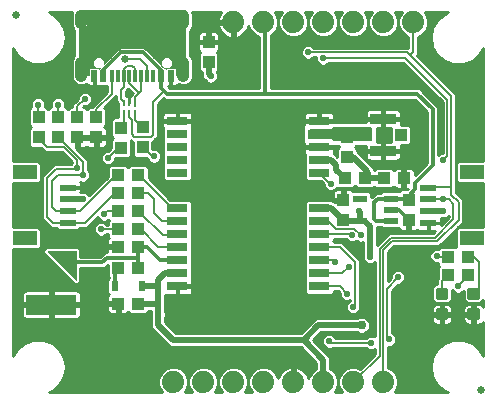
<source format=gtl>
G75*
%MOIN*%
%OFA0B0*%
%FSLAX25Y25*%
%IPPOS*%
%LPD*%
%AMOC8*
5,1,8,0,0,1.08239X$1,22.5*
%
%ADD10C,0.02500*%
%ADD11R,0.07874X0.04724*%
%ADD12R,0.05315X0.02362*%
%ADD13R,0.04331X0.03937*%
%ADD14R,0.16535X0.06693*%
%ADD15C,0.00197*%
%ADD16R,0.03937X0.03937*%
%ADD17R,0.03937X0.04331*%
%ADD18C,0.01181*%
%ADD19R,0.02480X0.03268*%
%ADD20R,0.08661X0.03346*%
%ADD21R,0.04134X0.03937*%
%ADD22R,0.04724X0.02165*%
%ADD23C,0.07400*%
%ADD24R,0.00984X0.02402*%
%ADD25R,0.00984X0.02205*%
%ADD26R,0.01181X0.03937*%
%ADD27R,0.02362X0.03937*%
%ADD28C,0.03937*%
%ADD29R,0.07087X0.03150*%
%ADD30C,0.02000*%
%ADD31C,0.02200*%
%ADD32C,0.03000*%
%ADD33C,0.02378*%
%ADD34C,0.01000*%
%ADD35C,0.01200*%
%ADD36C,0.00600*%
%ADD37C,0.00669*%
%ADD38C,0.00300*%
D10*
X0192133Y0187700D03*
X0187033Y0194900D03*
X0203333Y0195000D03*
X0155833Y0202400D03*
X0310833Y0077500D03*
D11*
X0307802Y0127876D03*
X0307802Y0149924D03*
X0158865Y0149924D03*
X0158865Y0127876D03*
D12*
X0173333Y0132994D03*
X0173333Y0136931D03*
X0173333Y0140869D03*
X0173333Y0144806D03*
X0293333Y0144806D03*
X0293333Y0140869D03*
X0293333Y0136931D03*
X0293333Y0132994D03*
D13*
X0299987Y0121600D03*
X0299987Y0115600D03*
X0306680Y0115600D03*
X0306680Y0121600D03*
X0285180Y0147900D03*
X0278487Y0147900D03*
X0272180Y0147900D03*
X0265487Y0147900D03*
X0196680Y0148900D03*
X0189987Y0148900D03*
X0189987Y0142900D03*
X0196680Y0142900D03*
X0196680Y0136900D03*
X0189987Y0136900D03*
X0189987Y0130900D03*
X0196680Y0130900D03*
X0196680Y0125100D03*
X0189987Y0125100D03*
X0189987Y0117900D03*
X0196680Y0117900D03*
X0196680Y0106100D03*
X0189987Y0106100D03*
D14*
X0167696Y0105717D03*
D15*
X0175885Y0114102D02*
X0166436Y0123551D01*
X0175885Y0123551D01*
X0175885Y0114102D01*
X0175885Y0114268D02*
X0175719Y0114268D01*
X0175885Y0114463D02*
X0175524Y0114463D01*
X0175328Y0114658D02*
X0175885Y0114658D01*
X0175885Y0114854D02*
X0175133Y0114854D01*
X0174938Y0115049D02*
X0175885Y0115049D01*
X0175885Y0115245D02*
X0174742Y0115245D01*
X0174547Y0115440D02*
X0175885Y0115440D01*
X0175885Y0115635D02*
X0174352Y0115635D01*
X0174156Y0115831D02*
X0175885Y0115831D01*
X0175885Y0116026D02*
X0173961Y0116026D01*
X0173766Y0116221D02*
X0175885Y0116221D01*
X0175885Y0116417D02*
X0173570Y0116417D01*
X0173375Y0116612D02*
X0175885Y0116612D01*
X0175885Y0116807D02*
X0173179Y0116807D01*
X0172984Y0117003D02*
X0175885Y0117003D01*
X0175885Y0117198D02*
X0172789Y0117198D01*
X0172593Y0117393D02*
X0175885Y0117393D01*
X0175885Y0117589D02*
X0172398Y0117589D01*
X0172203Y0117784D02*
X0175885Y0117784D01*
X0175885Y0117980D02*
X0172007Y0117980D01*
X0171812Y0118175D02*
X0175885Y0118175D01*
X0175885Y0118370D02*
X0171617Y0118370D01*
X0171421Y0118566D02*
X0175885Y0118566D01*
X0175885Y0118761D02*
X0171226Y0118761D01*
X0171030Y0118956D02*
X0175885Y0118956D01*
X0175885Y0119152D02*
X0170835Y0119152D01*
X0170640Y0119347D02*
X0175885Y0119347D01*
X0175885Y0119542D02*
X0170444Y0119542D01*
X0170249Y0119738D02*
X0175885Y0119738D01*
X0175885Y0119933D02*
X0170054Y0119933D01*
X0169858Y0120129D02*
X0175885Y0120129D01*
X0175885Y0120324D02*
X0169663Y0120324D01*
X0169468Y0120519D02*
X0175885Y0120519D01*
X0175885Y0120715D02*
X0169272Y0120715D01*
X0169077Y0120910D02*
X0175885Y0120910D01*
X0175885Y0121105D02*
X0168882Y0121105D01*
X0168686Y0121301D02*
X0175885Y0121301D01*
X0175885Y0121496D02*
X0168491Y0121496D01*
X0168295Y0121691D02*
X0175885Y0121691D01*
X0175885Y0121887D02*
X0168100Y0121887D01*
X0167905Y0122082D02*
X0175885Y0122082D01*
X0175885Y0122278D02*
X0167709Y0122278D01*
X0167514Y0122473D02*
X0175885Y0122473D01*
X0175885Y0122668D02*
X0167319Y0122668D01*
X0167123Y0122864D02*
X0175885Y0122864D01*
X0175885Y0123059D02*
X0166928Y0123059D01*
X0166733Y0123254D02*
X0175885Y0123254D01*
X0175885Y0123450D02*
X0166537Y0123450D01*
D16*
X0173294Y0121000D03*
D17*
X0190933Y0158054D03*
X0198133Y0158254D03*
X0198133Y0164946D03*
X0190933Y0164746D03*
X0182633Y0161554D03*
X0176333Y0161554D03*
X0169933Y0161554D03*
X0163533Y0161554D03*
X0163533Y0168246D03*
X0169933Y0168246D03*
X0176333Y0168246D03*
X0182633Y0168246D03*
X0220133Y0186654D03*
X0220133Y0193346D03*
X0266333Y0161746D03*
X0266333Y0155054D03*
X0265033Y0140646D03*
X0265033Y0133954D03*
X0286833Y0134054D03*
X0286833Y0140746D03*
D18*
X0296555Y0110831D02*
X0299311Y0110831D01*
X0299311Y0108075D01*
X0296555Y0108075D01*
X0296555Y0110831D01*
X0296555Y0109197D02*
X0299311Y0109197D01*
X0299311Y0110319D02*
X0296555Y0110319D01*
X0296555Y0103925D02*
X0299311Y0103925D01*
X0299311Y0101169D01*
X0296555Y0101169D01*
X0296555Y0103925D01*
X0296555Y0102291D02*
X0299311Y0102291D01*
X0299311Y0103413D02*
X0296555Y0103413D01*
X0307055Y0103925D02*
X0309811Y0103925D01*
X0309811Y0101169D01*
X0307055Y0101169D01*
X0307055Y0103925D01*
X0307055Y0102291D02*
X0309811Y0102291D01*
X0309811Y0103413D02*
X0307055Y0103413D01*
X0307055Y0110831D02*
X0309811Y0110831D01*
X0309811Y0108075D01*
X0307055Y0108075D01*
X0307055Y0110831D01*
X0307055Y0109197D02*
X0309811Y0109197D01*
X0309811Y0110319D02*
X0307055Y0110319D01*
D19*
X0197861Y0111900D03*
X0188806Y0111900D03*
D20*
X0278333Y0156987D03*
X0278333Y0167813D03*
D21*
X0272329Y0162400D03*
X0284337Y0162400D03*
D22*
X0280952Y0141140D03*
X0280952Y0137400D03*
X0280952Y0133660D03*
X0270715Y0133660D03*
X0270715Y0141140D03*
D23*
X0268333Y0199900D03*
X0258333Y0199900D03*
X0248333Y0199900D03*
X0238333Y0199900D03*
X0228333Y0199900D03*
X0278333Y0199900D03*
X0288333Y0199900D03*
X0278333Y0080000D03*
X0268333Y0080000D03*
X0258333Y0080000D03*
X0248333Y0080000D03*
X0238333Y0080000D03*
X0228333Y0080000D03*
X0218333Y0080000D03*
X0208333Y0080000D03*
D24*
X0195702Y0172794D03*
D25*
X0193733Y0172893D03*
X0191765Y0172893D03*
X0191765Y0169507D03*
X0193733Y0169507D03*
X0195702Y0169507D03*
D26*
X0195718Y0182039D03*
X0197686Y0182039D03*
X0199655Y0182039D03*
X0201623Y0182039D03*
X0193749Y0182039D03*
X0191781Y0182039D03*
X0189812Y0182039D03*
X0187844Y0182039D03*
D27*
X0185088Y0182039D03*
X0182036Y0182039D03*
X0204379Y0182039D03*
X0207430Y0182039D03*
D28*
X0211741Y0182136D02*
X0211741Y0182136D01*
X0211741Y0186468D01*
X0211741Y0186468D01*
X0211741Y0182136D01*
X0211741Y0185876D02*
X0211741Y0185876D01*
X0211741Y0199578D02*
X0211741Y0199578D01*
X0211741Y0201940D01*
X0211741Y0201940D01*
X0211741Y0199578D01*
X0177725Y0199578D02*
X0177725Y0199578D01*
X0177725Y0201940D01*
X0177725Y0201940D01*
X0177725Y0199578D01*
X0177725Y0182136D02*
X0177725Y0182136D01*
X0177725Y0186468D01*
X0177725Y0186468D01*
X0177725Y0182136D01*
X0177725Y0185876D02*
X0177725Y0185876D01*
D29*
X0209711Y0167059D03*
X0209711Y0162728D03*
X0209711Y0158398D03*
X0209711Y0154067D03*
X0209711Y0149736D03*
X0209711Y0137925D03*
X0209711Y0133594D03*
X0209711Y0129264D03*
X0209711Y0124933D03*
X0209711Y0120602D03*
X0209711Y0116272D03*
X0209711Y0111941D03*
X0256955Y0111941D03*
X0256955Y0116272D03*
X0256955Y0120602D03*
X0256955Y0124933D03*
X0256955Y0129264D03*
X0256955Y0133594D03*
X0256955Y0137925D03*
X0256955Y0149736D03*
X0256955Y0154067D03*
X0256955Y0158398D03*
X0256955Y0162728D03*
X0256955Y0167059D03*
D30*
X0256955Y0154067D02*
X0260866Y0154067D01*
X0262733Y0152200D01*
X0262733Y0150654D01*
X0265487Y0147900D01*
X0266333Y0155054D02*
X0268180Y0155054D01*
X0272833Y0150400D01*
X0272833Y0147900D01*
X0278487Y0147900D01*
X0270333Y0136900D02*
X0270715Y0136519D01*
X0270715Y0133660D01*
X0272073Y0133660D01*
X0273833Y0131900D01*
X0273833Y0121800D01*
X0270609Y0133554D02*
X0265433Y0133554D01*
X0265033Y0133954D01*
X0264933Y0133954D01*
X0260962Y0137925D01*
X0256955Y0137925D01*
X0270609Y0133554D02*
X0270715Y0133660D01*
X0293333Y0136931D02*
X0293365Y0136900D01*
X0298333Y0136900D01*
X0271133Y0098900D02*
X0256733Y0098900D01*
X0251783Y0093950D01*
X0251833Y0093900D01*
X0208333Y0093900D01*
X0203333Y0098900D01*
X0203333Y0102554D01*
X0203333Y0106000D01*
X0196780Y0106000D01*
X0196680Y0106100D01*
X0197861Y0111900D02*
X0203333Y0111900D01*
X0203333Y0106000D01*
X0203333Y0111900D02*
X0203333Y0113900D01*
X0205705Y0116272D01*
X0209711Y0116272D01*
X0178333Y0140869D02*
X0173333Y0140869D01*
X0220133Y0182600D02*
X0220133Y0186654D01*
X0220133Y0182600D02*
X0220833Y0181900D01*
X0251833Y0093900D02*
X0258333Y0087400D01*
X0258333Y0080000D01*
D31*
X0268333Y0090000D03*
X0274333Y0093100D03*
X0280262Y0094171D03*
X0283333Y0090000D03*
X0291833Y0090000D03*
X0298333Y0096500D03*
X0293333Y0100000D03*
X0283333Y0099900D03*
X0268333Y0105000D03*
X0266333Y0109500D03*
X0266833Y0118400D03*
X0262333Y0119900D03*
X0267833Y0124900D03*
X0273833Y0121800D03*
X0283333Y0123900D03*
X0283333Y0114900D03*
X0283333Y0109900D03*
X0296133Y0122000D03*
X0303333Y0111900D03*
X0308333Y0096500D03*
X0260197Y0093536D03*
X0253333Y0099900D03*
X0253333Y0104900D03*
X0251333Y0109900D03*
X0251333Y0114900D03*
X0251333Y0119900D03*
X0251333Y0124900D03*
X0251333Y0129900D03*
X0251333Y0134900D03*
X0251333Y0139900D03*
X0257833Y0142400D03*
X0260833Y0146000D03*
X0251333Y0144900D03*
X0251333Y0149900D03*
X0251333Y0154900D03*
X0251333Y0159900D03*
X0251333Y0164900D03*
X0243333Y0164900D03*
X0243333Y0159900D03*
X0243333Y0154900D03*
X0243333Y0149900D03*
X0243333Y0144900D03*
X0243333Y0139900D03*
X0243333Y0134900D03*
X0243333Y0129900D03*
X0243333Y0124900D03*
X0243333Y0119900D03*
X0243333Y0114900D03*
X0243333Y0109900D03*
X0243333Y0104900D03*
X0243333Y0099900D03*
X0233333Y0099900D03*
X0233333Y0104900D03*
X0233333Y0109900D03*
X0233333Y0114900D03*
X0233333Y0119900D03*
X0233333Y0124900D03*
X0233333Y0129900D03*
X0233333Y0134900D03*
X0233333Y0139900D03*
X0233333Y0144900D03*
X0233333Y0149900D03*
X0233333Y0154900D03*
X0233333Y0159900D03*
X0233333Y0164900D03*
X0233433Y0173300D03*
X0243333Y0173300D03*
X0251433Y0173300D03*
X0260833Y0171900D03*
X0263833Y0167400D03*
X0268333Y0171900D03*
X0270833Y0167400D03*
X0278333Y0171900D03*
X0285833Y0167400D03*
X0287133Y0171900D03*
X0290933Y0166300D03*
X0290933Y0158300D03*
X0285833Y0157400D03*
X0282333Y0151900D03*
X0275833Y0151900D03*
X0271333Y0156900D03*
X0278333Y0162400D03*
X0290933Y0152600D03*
X0298333Y0153900D03*
X0297333Y0159900D03*
X0308333Y0159900D03*
X0308333Y0169900D03*
X0308333Y0179900D03*
X0298833Y0180400D03*
X0288333Y0179800D03*
X0278433Y0179900D03*
X0268233Y0180100D03*
X0258733Y0179900D03*
X0258333Y0187900D03*
X0253333Y0189900D03*
X0243333Y0184900D03*
X0233333Y0184900D03*
X0220833Y0181900D03*
X0223433Y0173300D03*
X0223333Y0164900D03*
X0215833Y0164900D03*
X0215833Y0159900D03*
X0223333Y0159900D03*
X0223333Y0154900D03*
X0215833Y0154900D03*
X0215833Y0149900D03*
X0215833Y0144900D03*
X0223333Y0144900D03*
X0223333Y0149900D03*
X0223333Y0139900D03*
X0215833Y0139900D03*
X0215833Y0134900D03*
X0223333Y0134900D03*
X0223333Y0129900D03*
X0215833Y0129900D03*
X0215833Y0124900D03*
X0215833Y0119900D03*
X0223333Y0119900D03*
X0223333Y0124900D03*
X0223333Y0114900D03*
X0215833Y0114900D03*
X0215833Y0109900D03*
X0223333Y0109900D03*
X0223333Y0104900D03*
X0223333Y0099900D03*
X0213333Y0099900D03*
X0213333Y0104900D03*
X0198333Y0098500D03*
X0198333Y0090000D03*
X0208833Y0090000D03*
X0198333Y0080000D03*
X0188333Y0080000D03*
X0178333Y0080000D03*
X0178333Y0090000D03*
X0188333Y0090000D03*
X0188333Y0098500D03*
X0178333Y0100000D03*
X0168333Y0099900D03*
X0158333Y0099900D03*
X0158333Y0110900D03*
X0168333Y0111400D03*
X0168333Y0118400D03*
X0158333Y0119900D03*
X0168333Y0129900D03*
X0158333Y0134900D03*
X0158333Y0145400D03*
X0158333Y0154900D03*
X0158333Y0164900D03*
X0163333Y0172500D03*
X0158433Y0174900D03*
X0156333Y0183900D03*
X0170333Y0183900D03*
X0168333Y0174900D03*
X0169833Y0172500D03*
X0178833Y0174400D03*
X0183333Y0175400D03*
X0188333Y0172400D03*
X0193233Y0176300D03*
X0203833Y0166400D03*
X0201933Y0155200D03*
X0202833Y0149900D03*
X0208333Y0144900D03*
X0193333Y0153400D03*
X0186533Y0154600D03*
X0178333Y0148900D03*
X0176239Y0151300D03*
X0178333Y0144900D03*
X0178333Y0140869D03*
X0185333Y0135900D03*
X0184333Y0130900D03*
X0183333Y0124900D03*
X0183333Y0110000D03*
X0267833Y0128933D03*
X0270833Y0128900D03*
X0270333Y0136900D03*
X0274833Y0143400D03*
X0298333Y0140869D03*
X0298333Y0136900D03*
X0298333Y0133900D03*
X0308333Y0134900D03*
X0308333Y0144900D03*
X0243333Y0194900D03*
X0233333Y0194900D03*
X0219833Y0198900D03*
D32*
X0271133Y0098900D03*
D33*
X0203333Y0102554D03*
D34*
X0155033Y0088624D02*
X0155033Y0124214D01*
X0163340Y0124214D01*
X0164102Y0124976D01*
X0164102Y0130777D01*
X0163340Y0131539D01*
X0155033Y0131539D01*
X0155033Y0146261D01*
X0163340Y0146261D01*
X0164102Y0147023D01*
X0164102Y0152824D01*
X0163340Y0153586D01*
X0155033Y0153586D01*
X0155033Y0191276D01*
X0156333Y0189026D01*
X0156333Y0189026D01*
X0158764Y0186986D01*
X0161746Y0185900D01*
X0164920Y0185900D01*
X0167903Y0186986D01*
X0170334Y0189026D01*
X0171921Y0191774D01*
X0171921Y0191774D01*
X0172472Y0194900D01*
X0171921Y0198026D01*
X0170334Y0200774D01*
X0170334Y0200774D01*
X0167903Y0202814D01*
X0167903Y0202814D01*
X0166843Y0203200D01*
X0174709Y0203200D01*
X0174457Y0202590D01*
X0174457Y0198928D01*
X0174955Y0197726D01*
X0175383Y0197298D01*
X0175383Y0188748D01*
X0174955Y0188319D01*
X0174457Y0187118D01*
X0174457Y0181487D01*
X0174955Y0180286D01*
X0175874Y0179366D01*
X0177075Y0178869D01*
X0178376Y0178869D01*
X0179539Y0179350D01*
X0179655Y0179149D01*
X0179934Y0178870D01*
X0180276Y0178672D01*
X0180658Y0178570D01*
X0181946Y0178570D01*
X0181946Y0181050D01*
X0182127Y0181050D01*
X0182127Y0178570D01*
X0183415Y0178570D01*
X0183797Y0178672D01*
X0183966Y0178770D01*
X0186244Y0178770D01*
X0186244Y0176790D01*
X0181166Y0171712D01*
X0180126Y0171712D01*
X0179483Y0171069D01*
X0178840Y0171712D01*
X0178408Y0171712D01*
X0178696Y0172000D01*
X0179311Y0172000D01*
X0180193Y0172365D01*
X0180868Y0173041D01*
X0181233Y0173923D01*
X0181233Y0174877D01*
X0180868Y0175759D01*
X0180193Y0176435D01*
X0179311Y0176800D01*
X0178356Y0176800D01*
X0177474Y0176435D01*
X0176799Y0175759D01*
X0176433Y0174877D01*
X0176433Y0174263D01*
X0175671Y0173500D01*
X0174733Y0172563D01*
X0174733Y0171712D01*
X0173826Y0171712D01*
X0173133Y0171019D01*
X0172440Y0171712D01*
X0172105Y0171712D01*
X0172233Y0172023D01*
X0172233Y0172977D01*
X0171868Y0173859D01*
X0171193Y0174535D01*
X0170311Y0174900D01*
X0169356Y0174900D01*
X0168474Y0174535D01*
X0167799Y0173859D01*
X0167433Y0172977D01*
X0167433Y0172023D01*
X0167562Y0171712D01*
X0167426Y0171712D01*
X0166733Y0171019D01*
X0166040Y0171712D01*
X0165605Y0171712D01*
X0165733Y0172023D01*
X0165733Y0172977D01*
X0165368Y0173859D01*
X0164693Y0174535D01*
X0163811Y0174900D01*
X0162856Y0174900D01*
X0161974Y0174535D01*
X0161299Y0173859D01*
X0160933Y0172977D01*
X0160933Y0172023D01*
X0161062Y0171712D01*
X0161026Y0171712D01*
X0160265Y0170950D01*
X0160265Y0165543D01*
X0160907Y0164900D01*
X0160265Y0164257D01*
X0160265Y0158850D01*
X0161026Y0158088D01*
X0164236Y0158088D01*
X0164733Y0157591D01*
X0164733Y0157591D01*
X0165671Y0156654D01*
X0171254Y0156654D01*
X0174639Y0153269D01*
X0174639Y0153094D01*
X0174205Y0152659D01*
X0174180Y0152600D01*
X0168671Y0152600D01*
X0164733Y0148663D01*
X0164733Y0134237D01*
X0166639Y0132332D01*
X0167576Y0131394D01*
X0169376Y0131394D01*
X0169376Y0131275D01*
X0170137Y0130513D01*
X0176529Y0130513D01*
X0177291Y0131275D01*
X0177291Y0131394D01*
X0179591Y0131394D01*
X0183134Y0134938D01*
X0183299Y0134541D01*
X0183974Y0133865D01*
X0184856Y0133500D01*
X0185811Y0133500D01*
X0186693Y0133865D01*
X0186871Y0134044D01*
X0187015Y0133900D01*
X0186522Y0133407D01*
X0186522Y0132500D01*
X0186127Y0132500D01*
X0185693Y0132935D01*
X0184811Y0133300D01*
X0183856Y0133300D01*
X0182974Y0132935D01*
X0182299Y0132259D01*
X0181933Y0131377D01*
X0181933Y0130423D01*
X0182299Y0129541D01*
X0182974Y0128865D01*
X0183856Y0128500D01*
X0184811Y0128500D01*
X0185693Y0128865D01*
X0186127Y0129300D01*
X0186522Y0129300D01*
X0186522Y0128393D01*
X0186773Y0128141D01*
X0186621Y0127990D01*
X0186424Y0127647D01*
X0186322Y0127266D01*
X0186322Y0125584D01*
X0189503Y0125584D01*
X0189503Y0124616D01*
X0186322Y0124616D01*
X0186322Y0123400D01*
X0185546Y0123400D01*
X0183946Y0121800D01*
X0177283Y0121800D01*
X0177283Y0124130D01*
X0176464Y0124950D01*
X0165856Y0124950D01*
X0165037Y0124130D01*
X0165037Y0122972D01*
X0175305Y0112704D01*
X0176464Y0112704D01*
X0177283Y0113523D01*
X0177283Y0118000D01*
X0185520Y0118000D01*
X0186522Y0119001D01*
X0186522Y0115393D01*
X0186906Y0115009D01*
X0186906Y0114712D01*
X0186266Y0114072D01*
X0186266Y0109728D01*
X0186812Y0109181D01*
X0186621Y0108990D01*
X0186424Y0108647D01*
X0186322Y0108266D01*
X0186322Y0106584D01*
X0189503Y0106584D01*
X0189503Y0105616D01*
X0190471Y0105616D01*
X0190471Y0102631D01*
X0192350Y0102631D01*
X0192731Y0102734D01*
X0193073Y0102931D01*
X0193353Y0103210D01*
X0193442Y0103365D01*
X0193976Y0102831D01*
X0199384Y0102831D01*
X0200145Y0103593D01*
X0200145Y0103700D01*
X0201033Y0103700D01*
X0201033Y0103505D01*
X0200844Y0103049D01*
X0200844Y0102058D01*
X0201033Y0101602D01*
X0201033Y0097947D01*
X0202381Y0096600D01*
X0206033Y0092947D01*
X0207381Y0091600D01*
X0250881Y0091600D01*
X0256033Y0086447D01*
X0256033Y0084459D01*
X0255501Y0084239D01*
X0254095Y0082832D01*
X0253411Y0081182D01*
X0253405Y0081218D01*
X0253152Y0081996D01*
X0252781Y0082725D01*
X0252300Y0083388D01*
X0251721Y0083966D01*
X0251059Y0084447D01*
X0250329Y0084819D01*
X0249551Y0085072D01*
X0248833Y0085186D01*
X0248833Y0080500D01*
X0247833Y0080500D01*
X0247833Y0085186D01*
X0247116Y0085072D01*
X0246337Y0084819D01*
X0245608Y0084447D01*
X0244946Y0083966D01*
X0244367Y0083388D01*
X0243886Y0082725D01*
X0243514Y0081996D01*
X0243261Y0081218D01*
X0243256Y0081182D01*
X0242572Y0082832D01*
X0241166Y0084239D01*
X0239328Y0085000D01*
X0237339Y0085000D01*
X0235501Y0084239D01*
X0234095Y0082832D01*
X0233333Y0080995D01*
X0232572Y0082832D01*
X0231166Y0084239D01*
X0229328Y0085000D01*
X0227339Y0085000D01*
X0225501Y0084239D01*
X0224095Y0082832D01*
X0223333Y0080995D01*
X0222572Y0082832D01*
X0221166Y0084239D01*
X0219328Y0085000D01*
X0217339Y0085000D01*
X0215501Y0084239D01*
X0214095Y0082832D01*
X0213333Y0080995D01*
X0212572Y0082832D01*
X0211166Y0084239D01*
X0209328Y0085000D01*
X0207339Y0085000D01*
X0205501Y0084239D01*
X0204095Y0082832D01*
X0203333Y0080995D01*
X0203333Y0079005D01*
X0204095Y0077168D01*
X0204562Y0076700D01*
X0166843Y0076700D01*
X0167903Y0077086D01*
X0170334Y0079126D01*
X0171921Y0081874D01*
X0171921Y0081874D01*
X0172472Y0085000D01*
X0171921Y0088126D01*
X0170334Y0090874D01*
X0170334Y0090874D01*
X0167903Y0092914D01*
X0167903Y0092914D01*
X0164920Y0094000D01*
X0161746Y0094000D01*
X0158764Y0092914D01*
X0156333Y0090874D01*
X0156333Y0090874D01*
X0155033Y0088624D01*
X0155033Y0088979D02*
X0155238Y0088979D01*
X0155033Y0089978D02*
X0155815Y0089978D01*
X0156333Y0090874D02*
X0156333Y0090874D01*
X0156454Y0090976D02*
X0155033Y0090976D01*
X0155033Y0091975D02*
X0157644Y0091975D01*
X0158764Y0092914D02*
X0158764Y0092914D01*
X0158925Y0092973D02*
X0155033Y0092973D01*
X0155033Y0093972D02*
X0161669Y0093972D01*
X0164998Y0093972D02*
X0205009Y0093972D01*
X0204010Y0094970D02*
X0155033Y0094970D01*
X0155033Y0095969D02*
X0203012Y0095969D01*
X0202381Y0096600D02*
X0202381Y0096600D01*
X0202013Y0096967D02*
X0155033Y0096967D01*
X0155033Y0097966D02*
X0201033Y0097966D01*
X0201033Y0098964D02*
X0155033Y0098964D01*
X0155033Y0099963D02*
X0201033Y0099963D01*
X0201033Y0100961D02*
X0176501Y0100961D01*
X0176542Y0100972D02*
X0176884Y0101170D01*
X0177164Y0101449D01*
X0177361Y0101791D01*
X0177463Y0102173D01*
X0177463Y0105217D01*
X0168196Y0105217D01*
X0168196Y0106216D01*
X0177463Y0106216D01*
X0177463Y0109260D01*
X0177361Y0109642D01*
X0177164Y0109984D01*
X0176884Y0110263D01*
X0176542Y0110461D01*
X0176161Y0110563D01*
X0168195Y0110563D01*
X0168195Y0106217D01*
X0167196Y0106217D01*
X0167196Y0110563D01*
X0159230Y0110563D01*
X0158849Y0110461D01*
X0158507Y0110263D01*
X0158228Y0109984D01*
X0158030Y0109642D01*
X0157928Y0109260D01*
X0157928Y0106216D01*
X0167195Y0106216D01*
X0167195Y0105217D01*
X0157928Y0105217D01*
X0157928Y0102173D01*
X0158030Y0101791D01*
X0158228Y0101449D01*
X0158507Y0101170D01*
X0158849Y0100972D01*
X0159230Y0100870D01*
X0167196Y0100870D01*
X0167196Y0105216D01*
X0168195Y0105216D01*
X0168195Y0100870D01*
X0176161Y0100870D01*
X0176542Y0100972D01*
X0177406Y0101960D02*
X0200885Y0101960D01*
X0200844Y0102958D02*
X0199510Y0102958D01*
X0193849Y0102958D02*
X0193100Y0102958D01*
X0190471Y0102958D02*
X0189503Y0102958D01*
X0189503Y0102631D02*
X0187624Y0102631D01*
X0187243Y0102734D01*
X0186900Y0102931D01*
X0186621Y0103210D01*
X0186424Y0103553D01*
X0186322Y0103934D01*
X0186322Y0105616D01*
X0189503Y0105616D01*
X0189503Y0102631D01*
X0189503Y0103957D02*
X0190471Y0103957D01*
X0190471Y0104955D02*
X0189503Y0104955D01*
X0189503Y0105954D02*
X0168196Y0105954D01*
X0168195Y0106952D02*
X0167196Y0106952D01*
X0167195Y0105954D02*
X0155033Y0105954D01*
X0155033Y0106952D02*
X0157928Y0106952D01*
X0157928Y0107951D02*
X0155033Y0107951D01*
X0155033Y0108949D02*
X0157928Y0108949D01*
X0158207Y0109948D02*
X0155033Y0109948D01*
X0155033Y0110946D02*
X0186266Y0110946D01*
X0186266Y0109948D02*
X0177184Y0109948D01*
X0177463Y0108949D02*
X0186598Y0108949D01*
X0186322Y0107951D02*
X0177463Y0107951D01*
X0177463Y0106952D02*
X0186322Y0106952D01*
X0186322Y0104955D02*
X0177463Y0104955D01*
X0177463Y0103957D02*
X0186322Y0103957D01*
X0186873Y0102958D02*
X0177463Y0102958D01*
X0168195Y0102958D02*
X0167196Y0102958D01*
X0167196Y0101960D02*
X0168195Y0101960D01*
X0168195Y0100961D02*
X0167196Y0100961D01*
X0167196Y0103957D02*
X0168195Y0103957D01*
X0168195Y0104955D02*
X0167196Y0104955D01*
X0167196Y0107951D02*
X0168195Y0107951D01*
X0168195Y0108949D02*
X0167196Y0108949D01*
X0167196Y0109948D02*
X0168195Y0109948D01*
X0175066Y0112943D02*
X0155033Y0112943D01*
X0155033Y0111945D02*
X0186266Y0111945D01*
X0186266Y0112943D02*
X0176703Y0112943D01*
X0177283Y0113942D02*
X0186266Y0113942D01*
X0186906Y0114940D02*
X0177283Y0114940D01*
X0177283Y0115939D02*
X0186522Y0115939D01*
X0186522Y0116937D02*
X0177283Y0116937D01*
X0177283Y0117936D02*
X0186522Y0117936D01*
X0186522Y0118934D02*
X0186455Y0118934D01*
X0184076Y0121930D02*
X0177283Y0121930D01*
X0177283Y0122929D02*
X0185075Y0122929D01*
X0186322Y0123927D02*
X0177283Y0123927D01*
X0176488Y0124926D02*
X0189503Y0124926D01*
X0186322Y0125924D02*
X0164102Y0125924D01*
X0164102Y0126923D02*
X0186322Y0126923D01*
X0186582Y0127921D02*
X0164102Y0127921D01*
X0164102Y0128920D02*
X0182920Y0128920D01*
X0182142Y0129918D02*
X0164102Y0129918D01*
X0163962Y0130917D02*
X0169734Y0130917D01*
X0167055Y0131915D02*
X0155033Y0131915D01*
X0155033Y0132914D02*
X0166057Y0132914D01*
X0165058Y0133912D02*
X0155033Y0133912D01*
X0155033Y0134911D02*
X0164733Y0134911D01*
X0164733Y0135909D02*
X0155033Y0135909D01*
X0155033Y0136908D02*
X0164733Y0136908D01*
X0164733Y0137906D02*
X0155033Y0137906D01*
X0155033Y0138905D02*
X0164733Y0138905D01*
X0164733Y0139903D02*
X0155033Y0139903D01*
X0155033Y0140902D02*
X0164733Y0140902D01*
X0164733Y0141900D02*
X0155033Y0141900D01*
X0155033Y0142899D02*
X0164733Y0142899D01*
X0164733Y0143897D02*
X0155033Y0143897D01*
X0155033Y0144896D02*
X0164733Y0144896D01*
X0164733Y0145894D02*
X0155033Y0145894D01*
X0163972Y0146893D02*
X0164733Y0146893D01*
X0164733Y0147891D02*
X0164102Y0147891D01*
X0164102Y0148890D02*
X0164960Y0148890D01*
X0164102Y0149888D02*
X0165959Y0149888D01*
X0166957Y0150887D02*
X0164102Y0150887D01*
X0164102Y0151885D02*
X0167956Y0151885D01*
X0164042Y0152884D02*
X0174429Y0152884D01*
X0174025Y0153882D02*
X0155033Y0153882D01*
X0155033Y0154881D02*
X0173027Y0154881D01*
X0172028Y0155879D02*
X0155033Y0155879D01*
X0155033Y0156878D02*
X0165446Y0156878D01*
X0164448Y0157876D02*
X0155033Y0157876D01*
X0155033Y0158875D02*
X0160265Y0158875D01*
X0160265Y0159873D02*
X0155033Y0159873D01*
X0155033Y0160872D02*
X0160265Y0160872D01*
X0160265Y0161870D02*
X0155033Y0161870D01*
X0155033Y0162869D02*
X0160265Y0162869D01*
X0160265Y0163868D02*
X0155033Y0163868D01*
X0155033Y0164866D02*
X0160873Y0164866D01*
X0160265Y0165865D02*
X0155033Y0165865D01*
X0155033Y0166863D02*
X0160265Y0166863D01*
X0160265Y0167862D02*
X0155033Y0167862D01*
X0155033Y0168860D02*
X0160265Y0168860D01*
X0160265Y0169859D02*
X0155033Y0169859D01*
X0155033Y0170857D02*
X0160265Y0170857D01*
X0161002Y0171856D02*
X0155033Y0171856D01*
X0155033Y0172854D02*
X0160933Y0172854D01*
X0161296Y0173853D02*
X0155033Y0173853D01*
X0155033Y0174851D02*
X0162738Y0174851D01*
X0163929Y0174851D02*
X0169238Y0174851D01*
X0170429Y0174851D02*
X0176433Y0174851D01*
X0176023Y0173853D02*
X0171871Y0173853D01*
X0172233Y0172854D02*
X0175025Y0172854D01*
X0174733Y0171856D02*
X0172164Y0171856D01*
X0167796Y0173853D02*
X0165371Y0173853D01*
X0165733Y0172854D02*
X0167433Y0172854D01*
X0167502Y0171856D02*
X0165664Y0171856D01*
X0155033Y0175850D02*
X0176889Y0175850D01*
X0180778Y0175850D02*
X0185304Y0175850D01*
X0186244Y0176848D02*
X0155033Y0176848D01*
X0155033Y0177847D02*
X0186244Y0177847D01*
X0189233Y0175254D02*
X0189233Y0173662D01*
X0189973Y0172922D01*
X0189973Y0171252D01*
X0190025Y0171200D01*
X0189973Y0171148D01*
X0189973Y0168212D01*
X0188426Y0168212D01*
X0187665Y0167450D01*
X0187665Y0162043D01*
X0188307Y0161400D01*
X0187665Y0160757D01*
X0187665Y0157994D01*
X0186671Y0157000D01*
X0186056Y0157000D01*
X0185174Y0156635D01*
X0184499Y0155959D01*
X0184133Y0155077D01*
X0184133Y0154123D01*
X0184499Y0153241D01*
X0185174Y0152565D01*
X0186056Y0152200D01*
X0187011Y0152200D01*
X0187893Y0152565D01*
X0188568Y0153241D01*
X0188933Y0154123D01*
X0188933Y0154588D01*
X0193440Y0154588D01*
X0194202Y0155350D01*
X0194202Y0160569D01*
X0194671Y0160100D01*
X0194865Y0160100D01*
X0194865Y0155550D01*
X0195626Y0154788D01*
X0199336Y0154788D01*
X0199587Y0154537D01*
X0199627Y0154498D01*
X0199899Y0153841D01*
X0200574Y0153165D01*
X0201456Y0152800D01*
X0202411Y0152800D01*
X0203293Y0153165D01*
X0203968Y0153841D01*
X0204333Y0154723D01*
X0204333Y0155677D01*
X0203968Y0156559D01*
X0203293Y0157235D01*
X0202411Y0157600D01*
X0201456Y0157600D01*
X0201402Y0157578D01*
X0201402Y0160100D01*
X0201596Y0160100D01*
X0202392Y0160896D01*
X0203329Y0161833D01*
X0203329Y0172733D01*
X0205121Y0174525D01*
X0205546Y0174100D01*
X0288946Y0174100D01*
X0292933Y0170113D01*
X0292933Y0153128D01*
X0288845Y0149040D01*
X0288845Y0150066D01*
X0288743Y0150447D01*
X0288545Y0150790D01*
X0288266Y0151069D01*
X0287924Y0151266D01*
X0287543Y0151368D01*
X0285664Y0151368D01*
X0285664Y0148384D01*
X0284696Y0148384D01*
X0284696Y0151368D01*
X0282817Y0151368D01*
X0282435Y0151266D01*
X0282093Y0151069D01*
X0281814Y0150790D01*
X0281725Y0150635D01*
X0281191Y0151168D01*
X0275783Y0151168D01*
X0275333Y0150719D01*
X0275133Y0150919D01*
X0275133Y0151353D01*
X0273786Y0152700D01*
X0269602Y0156884D01*
X0269602Y0157757D01*
X0268959Y0158400D01*
X0269158Y0158598D01*
X0272503Y0158598D01*
X0272503Y0157323D01*
X0277997Y0157323D01*
X0277997Y0156650D01*
X0278670Y0156650D01*
X0278670Y0157323D01*
X0284164Y0157323D01*
X0284164Y0158857D01*
X0284091Y0159131D01*
X0286943Y0159131D01*
X0287704Y0159893D01*
X0287704Y0164907D01*
X0286943Y0165668D01*
X0284091Y0165668D01*
X0284164Y0165943D01*
X0284164Y0167477D01*
X0278670Y0167477D01*
X0278670Y0168150D01*
X0284164Y0168150D01*
X0284164Y0169684D01*
X0284062Y0170066D01*
X0283864Y0170408D01*
X0283585Y0170687D01*
X0283243Y0170884D01*
X0282862Y0170987D01*
X0278670Y0170987D01*
X0278670Y0168150D01*
X0277997Y0168150D01*
X0277997Y0170987D01*
X0273805Y0170987D01*
X0273424Y0170884D01*
X0273082Y0170687D01*
X0272802Y0170408D01*
X0272605Y0170066D01*
X0272503Y0169684D01*
X0272503Y0168150D01*
X0277997Y0168150D01*
X0277997Y0167477D01*
X0272503Y0167477D01*
X0272503Y0166567D01*
X0261999Y0166567D01*
X0261999Y0166772D01*
X0257243Y0166772D01*
X0257243Y0167346D01*
X0261999Y0167346D01*
X0261999Y0168831D01*
X0261896Y0169213D01*
X0261699Y0169555D01*
X0261420Y0169834D01*
X0261078Y0170032D01*
X0260696Y0170134D01*
X0257243Y0170134D01*
X0257243Y0167347D01*
X0256668Y0167347D01*
X0256668Y0170134D01*
X0253215Y0170134D01*
X0252833Y0170032D01*
X0252491Y0169834D01*
X0252212Y0169555D01*
X0252014Y0169213D01*
X0251912Y0168831D01*
X0251912Y0167346D01*
X0256668Y0167346D01*
X0256668Y0166772D01*
X0251912Y0166772D01*
X0251912Y0165626D01*
X0251672Y0165386D01*
X0251672Y0159779D01*
X0251912Y0159539D01*
X0251912Y0158685D01*
X0252766Y0158685D01*
X0252853Y0158598D01*
X0256668Y0158598D01*
X0256668Y0158110D01*
X0251912Y0158110D01*
X0251912Y0156625D01*
X0252014Y0156244D01*
X0252112Y0156075D01*
X0252112Y0151954D01*
X0252164Y0151902D01*
X0252112Y0151849D01*
X0252112Y0147623D01*
X0252874Y0146861D01*
X0257567Y0146861D01*
X0258433Y0145996D01*
X0258433Y0145523D01*
X0258799Y0144641D01*
X0259474Y0143965D01*
X0260356Y0143600D01*
X0261311Y0143600D01*
X0262029Y0143898D01*
X0261865Y0143733D01*
X0261667Y0143391D01*
X0261565Y0143009D01*
X0261565Y0141131D01*
X0264549Y0141131D01*
X0264549Y0144312D01*
X0262867Y0144312D01*
X0262486Y0144210D01*
X0262370Y0144143D01*
X0262859Y0144631D01*
X0268191Y0144631D01*
X0268833Y0145274D01*
X0269476Y0144631D01*
X0274884Y0144631D01*
X0275333Y0145081D01*
X0275783Y0144631D01*
X0281191Y0144631D01*
X0281725Y0145165D01*
X0281814Y0145010D01*
X0282093Y0144731D01*
X0282435Y0144534D01*
X0282817Y0144431D01*
X0284696Y0144431D01*
X0284696Y0147416D01*
X0285664Y0147416D01*
X0285664Y0144431D01*
X0286478Y0144431D01*
X0286258Y0144212D01*
X0284326Y0144212D01*
X0283637Y0143523D01*
X0278051Y0143523D01*
X0277568Y0143040D01*
X0275786Y0143040D01*
X0274546Y0141800D01*
X0274377Y0141631D01*
X0274377Y0142761D01*
X0273616Y0143523D01*
X0268323Y0143523D01*
X0268202Y0143733D01*
X0267923Y0144012D01*
X0267581Y0144210D01*
X0267199Y0144312D01*
X0265518Y0144312D01*
X0265518Y0141131D01*
X0264549Y0141131D01*
X0264549Y0140162D01*
X0261977Y0140162D01*
X0261914Y0140225D01*
X0261612Y0140225D01*
X0261037Y0140800D01*
X0252874Y0140800D01*
X0252112Y0140038D01*
X0252112Y0135812D01*
X0252164Y0135760D01*
X0252112Y0135708D01*
X0252112Y0131481D01*
X0252164Y0131429D01*
X0252112Y0131377D01*
X0252112Y0127150D01*
X0252164Y0127098D01*
X0252112Y0127046D01*
X0252112Y0122820D01*
X0252164Y0122768D01*
X0252112Y0122716D01*
X0252112Y0118489D01*
X0252164Y0118437D01*
X0252112Y0118385D01*
X0252112Y0114158D01*
X0252164Y0114106D01*
X0252112Y0114054D01*
X0252112Y0109828D01*
X0252874Y0109066D01*
X0261037Y0109066D01*
X0261799Y0109828D01*
X0261799Y0110341D01*
X0263230Y0110341D01*
X0263933Y0109637D01*
X0263933Y0109023D01*
X0264299Y0108141D01*
X0264974Y0107465D01*
X0265856Y0107100D01*
X0266811Y0107100D01*
X0267233Y0107275D01*
X0267233Y0107142D01*
X0266974Y0107035D01*
X0266299Y0106359D01*
X0265933Y0105477D01*
X0265933Y0104523D01*
X0266299Y0103641D01*
X0266974Y0102965D01*
X0267856Y0102600D01*
X0268811Y0102600D01*
X0269693Y0102965D01*
X0270368Y0103641D01*
X0270733Y0104523D01*
X0270733Y0105477D01*
X0270433Y0106202D01*
X0270433Y0120663D01*
X0265433Y0125663D01*
X0264496Y0126600D01*
X0261799Y0126600D01*
X0261799Y0127046D01*
X0261747Y0127098D01*
X0261799Y0127150D01*
X0261799Y0127664D01*
X0265761Y0127664D01*
X0265799Y0127574D01*
X0266474Y0126898D01*
X0267356Y0126533D01*
X0268311Y0126533D01*
X0269193Y0126898D01*
X0269317Y0127022D01*
X0269474Y0126865D01*
X0270356Y0126500D01*
X0271311Y0126500D01*
X0271533Y0126592D01*
X0271533Y0122519D01*
X0271433Y0122277D01*
X0271433Y0121323D01*
X0271533Y0121081D01*
X0271533Y0120847D01*
X0271699Y0120682D01*
X0271799Y0120441D01*
X0272474Y0119765D01*
X0272715Y0119665D01*
X0272881Y0119500D01*
X0273115Y0119500D01*
X0273356Y0119400D01*
X0274311Y0119400D01*
X0274552Y0119500D01*
X0274786Y0119500D01*
X0274951Y0119665D01*
X0275193Y0119765D01*
X0275533Y0120106D01*
X0275533Y0095201D01*
X0274811Y0095500D01*
X0273856Y0095500D01*
X0272974Y0095135D01*
X0272539Y0094700D01*
X0262313Y0094700D01*
X0262232Y0094896D01*
X0261556Y0095571D01*
X0260674Y0095936D01*
X0259720Y0095936D01*
X0258837Y0095571D01*
X0258162Y0094896D01*
X0257797Y0094014D01*
X0257797Y0093059D01*
X0258162Y0092177D01*
X0258837Y0091502D01*
X0259720Y0091136D01*
X0260674Y0091136D01*
X0261552Y0091500D01*
X0272539Y0091500D01*
X0272974Y0091065D01*
X0273856Y0090700D01*
X0274811Y0090700D01*
X0275533Y0090999D01*
X0275533Y0089463D01*
X0270560Y0084490D01*
X0269328Y0085000D01*
X0267339Y0085000D01*
X0265501Y0084239D01*
X0264095Y0082832D01*
X0263333Y0080995D01*
X0262572Y0082832D01*
X0261166Y0084239D01*
X0260633Y0084459D01*
X0260633Y0088353D01*
X0255036Y0093950D01*
X0257686Y0096600D01*
X0269474Y0096600D01*
X0269547Y0096526D01*
X0270576Y0096100D01*
X0271690Y0096100D01*
X0272719Y0096526D01*
X0273507Y0097314D01*
X0273933Y0098343D01*
X0273933Y0099457D01*
X0273507Y0100486D01*
X0272719Y0101274D01*
X0271690Y0101700D01*
X0270576Y0101700D01*
X0269547Y0101274D01*
X0269474Y0101200D01*
X0255781Y0101200D01*
X0254433Y0099853D01*
X0250831Y0096250D01*
X0250831Y0096250D01*
X0250781Y0096200D01*
X0209286Y0096200D01*
X0205633Y0099853D01*
X0205633Y0101602D01*
X0205822Y0102058D01*
X0205822Y0103049D01*
X0205633Y0103505D01*
X0205633Y0108956D01*
X0205970Y0108866D01*
X0209424Y0108866D01*
X0209424Y0111653D01*
X0209999Y0111653D01*
X0209999Y0108866D01*
X0213452Y0108866D01*
X0213834Y0108968D01*
X0214176Y0109166D01*
X0214455Y0109445D01*
X0214652Y0109787D01*
X0214755Y0110169D01*
X0214755Y0111654D01*
X0209999Y0111654D01*
X0209999Y0112228D01*
X0214755Y0112228D01*
X0214755Y0113713D01*
X0214652Y0114095D01*
X0214555Y0114264D01*
X0214555Y0118385D01*
X0214502Y0118437D01*
X0214555Y0118489D01*
X0214555Y0122716D01*
X0214502Y0122768D01*
X0214555Y0122820D01*
X0214555Y0127046D01*
X0214502Y0127098D01*
X0214555Y0127150D01*
X0214555Y0131377D01*
X0214502Y0131429D01*
X0214555Y0131481D01*
X0214555Y0135708D01*
X0214502Y0135760D01*
X0214555Y0135812D01*
X0214555Y0140038D01*
X0213793Y0140800D01*
X0207296Y0140800D01*
X0200145Y0147951D01*
X0200145Y0151407D01*
X0199384Y0152168D01*
X0193976Y0152168D01*
X0193333Y0151526D01*
X0192691Y0152168D01*
X0187283Y0152168D01*
X0186522Y0151407D01*
X0186522Y0148351D01*
X0180377Y0142206D01*
X0180368Y0142228D01*
X0179693Y0142903D01*
X0179451Y0143003D01*
X0179286Y0143168D01*
X0179052Y0143168D01*
X0178811Y0143268D01*
X0177856Y0143268D01*
X0177615Y0143168D01*
X0177422Y0143168D01*
X0177491Y0143427D01*
X0177491Y0144715D01*
X0173424Y0144715D01*
X0173424Y0144896D01*
X0177491Y0144896D01*
X0177491Y0146184D01*
X0177389Y0146566D01*
X0177291Y0146734D01*
X0177856Y0146500D01*
X0178811Y0146500D01*
X0179693Y0146865D01*
X0180368Y0147541D01*
X0180733Y0148423D01*
X0180733Y0149377D01*
X0180368Y0150259D01*
X0179933Y0150694D01*
X0179933Y0153914D01*
X0175849Y0157998D01*
X0175849Y0161069D01*
X0176818Y0161069D01*
X0176818Y0162038D01*
X0179802Y0162038D01*
X0182149Y0162038D01*
X0182149Y0161069D01*
X0183118Y0161069D01*
X0183118Y0162038D01*
X0186102Y0162038D01*
X0186102Y0163916D01*
X0186000Y0164298D01*
X0185802Y0164640D01*
X0185523Y0164919D01*
X0185368Y0165009D01*
X0185902Y0165543D01*
X0185902Y0170950D01*
X0185416Y0171436D01*
X0189233Y0175254D01*
X0189233Y0174851D02*
X0188831Y0174851D01*
X0189233Y0173853D02*
X0187832Y0173853D01*
X0186834Y0172854D02*
X0189973Y0172854D01*
X0189973Y0171856D02*
X0185835Y0171856D01*
X0185902Y0170857D02*
X0189973Y0170857D01*
X0189973Y0169859D02*
X0185902Y0169859D01*
X0185902Y0168860D02*
X0189973Y0168860D01*
X0188076Y0167862D02*
X0185902Y0167862D01*
X0185902Y0166863D02*
X0187665Y0166863D01*
X0187665Y0165865D02*
X0185902Y0165865D01*
X0185576Y0164866D02*
X0187665Y0164866D01*
X0187665Y0163868D02*
X0186102Y0163868D01*
X0186102Y0162869D02*
X0187665Y0162869D01*
X0187837Y0161870D02*
X0183118Y0161870D01*
X0183118Y0161069D02*
X0186102Y0161069D01*
X0186102Y0159191D01*
X0186000Y0158809D01*
X0185802Y0158467D01*
X0185523Y0158188D01*
X0185181Y0157990D01*
X0184799Y0157888D01*
X0183118Y0157888D01*
X0183118Y0161069D01*
X0183118Y0160872D02*
X0182149Y0160872D01*
X0182149Y0161069D02*
X0182149Y0157888D01*
X0180467Y0157888D01*
X0180086Y0157990D01*
X0179744Y0158188D01*
X0179483Y0158448D01*
X0179223Y0158188D01*
X0178881Y0157990D01*
X0178499Y0157888D01*
X0176818Y0157888D01*
X0176818Y0161069D01*
X0182149Y0161069D01*
X0182149Y0161870D02*
X0176818Y0161870D01*
X0176818Y0160872D02*
X0175849Y0160872D01*
X0175849Y0159873D02*
X0176818Y0159873D01*
X0176818Y0158875D02*
X0175849Y0158875D01*
X0175971Y0157876D02*
X0187547Y0157876D01*
X0187665Y0158875D02*
X0186017Y0158875D01*
X0186102Y0159873D02*
X0187665Y0159873D01*
X0187779Y0160872D02*
X0186102Y0160872D01*
X0183118Y0159873D02*
X0182149Y0159873D01*
X0182149Y0158875D02*
X0183118Y0158875D01*
X0184466Y0155879D02*
X0177968Y0155879D01*
X0178967Y0154881D02*
X0184133Y0154881D01*
X0184233Y0153882D02*
X0179933Y0153882D01*
X0179933Y0152884D02*
X0184855Y0152884D01*
X0187000Y0151885D02*
X0179933Y0151885D01*
X0179933Y0150887D02*
X0186522Y0150887D01*
X0186522Y0149888D02*
X0180522Y0149888D01*
X0180733Y0148890D02*
X0186522Y0148890D01*
X0186062Y0147891D02*
X0180513Y0147891D01*
X0179720Y0146893D02*
X0185063Y0146893D01*
X0184065Y0145894D02*
X0177491Y0145894D01*
X0177491Y0143897D02*
X0182068Y0143897D01*
X0181069Y0142899D02*
X0179697Y0142899D01*
X0183066Y0144896D02*
X0173424Y0144896D01*
X0188211Y0152884D02*
X0201253Y0152884D01*
X0202613Y0152884D02*
X0204868Y0152884D01*
X0204868Y0151954D02*
X0204920Y0151902D01*
X0204868Y0151849D01*
X0204868Y0147623D01*
X0205629Y0146861D01*
X0213793Y0146861D01*
X0214555Y0147623D01*
X0214555Y0151849D01*
X0214502Y0151902D01*
X0214555Y0151954D01*
X0214555Y0156180D01*
X0214502Y0156232D01*
X0214555Y0156284D01*
X0214555Y0160511D01*
X0214502Y0160563D01*
X0214555Y0160615D01*
X0214555Y0164736D01*
X0214652Y0164905D01*
X0214755Y0165287D01*
X0214755Y0166772D01*
X0209999Y0166772D01*
X0209999Y0167346D01*
X0214755Y0167346D01*
X0214755Y0168831D01*
X0214652Y0169213D01*
X0214455Y0169555D01*
X0214176Y0169834D01*
X0213834Y0170032D01*
X0213452Y0170134D01*
X0209999Y0170134D01*
X0209999Y0167347D01*
X0209424Y0167347D01*
X0209424Y0170134D01*
X0205970Y0170134D01*
X0205589Y0170032D01*
X0205247Y0169834D01*
X0204968Y0169555D01*
X0204770Y0169213D01*
X0204668Y0168831D01*
X0204668Y0167346D01*
X0209424Y0167346D01*
X0209424Y0166772D01*
X0204668Y0166772D01*
X0204668Y0165287D01*
X0204770Y0164905D01*
X0204868Y0164736D01*
X0204868Y0160615D01*
X0204920Y0160563D01*
X0204868Y0160511D01*
X0204868Y0156284D01*
X0204920Y0156232D01*
X0204868Y0156180D01*
X0204868Y0151954D01*
X0204904Y0151885D02*
X0199667Y0151885D01*
X0200145Y0150887D02*
X0204868Y0150887D01*
X0204868Y0149888D02*
X0200145Y0149888D01*
X0200145Y0148890D02*
X0204868Y0148890D01*
X0204868Y0147891D02*
X0200205Y0147891D01*
X0201203Y0146893D02*
X0205598Y0146893D01*
X0203200Y0144896D02*
X0258693Y0144896D01*
X0258433Y0145894D02*
X0202202Y0145894D01*
X0204199Y0143897D02*
X0259638Y0143897D01*
X0261565Y0142899D02*
X0205197Y0142899D01*
X0206196Y0141900D02*
X0261565Y0141900D01*
X0262028Y0143897D02*
X0262029Y0143897D01*
X0264549Y0143897D02*
X0265518Y0143897D01*
X0265518Y0142899D02*
X0264549Y0142899D01*
X0264549Y0141900D02*
X0265518Y0141900D01*
X0264549Y0140902D02*
X0207194Y0140902D01*
X0214555Y0139903D02*
X0252112Y0139903D01*
X0252112Y0138905D02*
X0214555Y0138905D01*
X0214555Y0137906D02*
X0252112Y0137906D01*
X0252112Y0136908D02*
X0214555Y0136908D01*
X0214555Y0135909D02*
X0252112Y0135909D01*
X0252112Y0134911D02*
X0214555Y0134911D01*
X0214555Y0133912D02*
X0252112Y0133912D01*
X0252112Y0132914D02*
X0214555Y0132914D01*
X0214555Y0131915D02*
X0252112Y0131915D01*
X0252112Y0130917D02*
X0214555Y0130917D01*
X0214555Y0129918D02*
X0252112Y0129918D01*
X0252112Y0128920D02*
X0214555Y0128920D01*
X0214555Y0127921D02*
X0252112Y0127921D01*
X0252112Y0126923D02*
X0214555Y0126923D01*
X0214555Y0125924D02*
X0252112Y0125924D01*
X0252112Y0124926D02*
X0214555Y0124926D01*
X0214555Y0123927D02*
X0252112Y0123927D01*
X0252112Y0122929D02*
X0214555Y0122929D01*
X0214555Y0121930D02*
X0252112Y0121930D01*
X0252112Y0120932D02*
X0214555Y0120932D01*
X0214555Y0119933D02*
X0252112Y0119933D01*
X0252112Y0118934D02*
X0214555Y0118934D01*
X0214555Y0117936D02*
X0252112Y0117936D01*
X0252112Y0116937D02*
X0214555Y0116937D01*
X0214555Y0115939D02*
X0252112Y0115939D01*
X0252112Y0114940D02*
X0214555Y0114940D01*
X0214693Y0113942D02*
X0252112Y0113942D01*
X0252112Y0112943D02*
X0214755Y0112943D01*
X0214755Y0110946D02*
X0252112Y0110946D01*
X0252112Y0109948D02*
X0214695Y0109948D01*
X0213763Y0108949D02*
X0263964Y0108949D01*
X0263623Y0109948D02*
X0261799Y0109948D01*
X0264488Y0107951D02*
X0205633Y0107951D01*
X0205633Y0108949D02*
X0205660Y0108949D01*
X0205633Y0106952D02*
X0266892Y0106952D01*
X0266131Y0105954D02*
X0205633Y0105954D01*
X0205633Y0104955D02*
X0265933Y0104955D01*
X0266168Y0103957D02*
X0205633Y0103957D01*
X0205822Y0102958D02*
X0266991Y0102958D01*
X0269676Y0102958D02*
X0275533Y0102958D01*
X0275533Y0101960D02*
X0205781Y0101960D01*
X0205633Y0100961D02*
X0255542Y0100961D01*
X0254543Y0099963D02*
X0205633Y0099963D01*
X0206522Y0098964D02*
X0253545Y0098964D01*
X0252546Y0097966D02*
X0207520Y0097966D01*
X0208519Y0096967D02*
X0251548Y0096967D01*
X0255058Y0093972D02*
X0257797Y0093972D01*
X0257832Y0092973D02*
X0256013Y0092973D01*
X0257011Y0091975D02*
X0258365Y0091975D01*
X0258010Y0090976D02*
X0273189Y0090976D01*
X0275477Y0090976D02*
X0275533Y0090976D01*
X0275533Y0089978D02*
X0259008Y0089978D01*
X0260007Y0088979D02*
X0275050Y0088979D01*
X0274051Y0087981D02*
X0260633Y0087981D01*
X0260633Y0086982D02*
X0273053Y0086982D01*
X0272054Y0085984D02*
X0260633Y0085984D01*
X0260633Y0084985D02*
X0267303Y0084985D01*
X0269364Y0084985D02*
X0271056Y0084985D01*
X0265249Y0083987D02*
X0261418Y0083987D01*
X0262416Y0082988D02*
X0264250Y0082988D01*
X0263745Y0081990D02*
X0262921Y0081990D01*
X0263333Y0080995D02*
X0263333Y0079005D01*
X0262572Y0077168D01*
X0262104Y0076700D01*
X0264562Y0076700D01*
X0264095Y0077168D01*
X0263333Y0079005D01*
X0263333Y0080995D01*
X0263333Y0080991D02*
X0263333Y0080991D01*
X0263333Y0079993D02*
X0263333Y0079993D01*
X0263329Y0078994D02*
X0263338Y0078994D01*
X0263752Y0077996D02*
X0262915Y0077996D01*
X0262401Y0076997D02*
X0264265Y0076997D01*
X0253745Y0081990D02*
X0253154Y0081990D01*
X0252590Y0082988D02*
X0254250Y0082988D01*
X0255249Y0083987D02*
X0251693Y0083987D01*
X0249818Y0084985D02*
X0256033Y0084985D01*
X0256033Y0085984D02*
X0172299Y0085984D01*
X0172472Y0085000D02*
X0172472Y0085000D01*
X0172470Y0084985D02*
X0207303Y0084985D01*
X0209364Y0084985D02*
X0217303Y0084985D01*
X0219364Y0084985D02*
X0227303Y0084985D01*
X0229364Y0084985D02*
X0237303Y0084985D01*
X0239364Y0084985D02*
X0246848Y0084985D01*
X0247833Y0084985D02*
X0248833Y0084985D01*
X0248833Y0083987D02*
X0247833Y0083987D01*
X0247833Y0082988D02*
X0248833Y0082988D01*
X0248833Y0081990D02*
X0247833Y0081990D01*
X0247833Y0080991D02*
X0248833Y0080991D01*
X0244974Y0083987D02*
X0241418Y0083987D01*
X0242416Y0082988D02*
X0244077Y0082988D01*
X0243512Y0081990D02*
X0242921Y0081990D01*
X0235249Y0083987D02*
X0231418Y0083987D01*
X0232416Y0082988D02*
X0234250Y0082988D01*
X0233745Y0081990D02*
X0232921Y0081990D01*
X0233333Y0080995D02*
X0233333Y0079005D01*
X0232572Y0077168D01*
X0232104Y0076700D01*
X0234562Y0076700D01*
X0234095Y0077168D01*
X0233333Y0079005D01*
X0233333Y0080995D01*
X0233333Y0080991D02*
X0233333Y0080991D01*
X0233333Y0079993D02*
X0233333Y0079993D01*
X0233329Y0078994D02*
X0233338Y0078994D01*
X0233752Y0077996D02*
X0232915Y0077996D01*
X0232401Y0076997D02*
X0234265Y0076997D01*
X0224562Y0076700D02*
X0222104Y0076700D01*
X0222572Y0077168D01*
X0223333Y0079005D01*
X0223333Y0080995D01*
X0223333Y0079005D01*
X0224095Y0077168D01*
X0224562Y0076700D01*
X0224265Y0076997D02*
X0222401Y0076997D01*
X0222915Y0077996D02*
X0223752Y0077996D01*
X0223338Y0078994D02*
X0223329Y0078994D01*
X0223333Y0079993D02*
X0223333Y0079993D01*
X0223333Y0080991D02*
X0223333Y0080991D01*
X0222921Y0081990D02*
X0223745Y0081990D01*
X0224250Y0082988D02*
X0222416Y0082988D01*
X0221418Y0083987D02*
X0225249Y0083987D01*
X0215249Y0083987D02*
X0211418Y0083987D01*
X0212416Y0082988D02*
X0214250Y0082988D01*
X0213745Y0081990D02*
X0212921Y0081990D01*
X0213333Y0080995D02*
X0213333Y0079005D01*
X0212572Y0077168D01*
X0212104Y0076700D01*
X0214562Y0076700D01*
X0214095Y0077168D01*
X0213333Y0079005D01*
X0213333Y0080995D01*
X0213333Y0080991D02*
X0213333Y0080991D01*
X0213333Y0079993D02*
X0213333Y0079993D01*
X0213329Y0078994D02*
X0213338Y0078994D01*
X0213752Y0077996D02*
X0212915Y0077996D01*
X0212401Y0076997D02*
X0214265Y0076997D01*
X0204265Y0076997D02*
X0167660Y0076997D01*
X0167903Y0077086D02*
X0167903Y0077086D01*
X0168987Y0077996D02*
X0203752Y0077996D01*
X0203338Y0078994D02*
X0170177Y0078994D01*
X0170334Y0079126D02*
X0170334Y0079126D01*
X0170334Y0079126D01*
X0170835Y0079993D02*
X0203333Y0079993D01*
X0203333Y0080991D02*
X0171411Y0080991D01*
X0171941Y0081990D02*
X0203745Y0081990D01*
X0204250Y0082988D02*
X0172117Y0082988D01*
X0172293Y0083987D02*
X0205249Y0083987D01*
X0207006Y0091975D02*
X0169023Y0091975D01*
X0170213Y0090976D02*
X0251504Y0090976D01*
X0252503Y0089978D02*
X0170852Y0089978D01*
X0171428Y0088979D02*
X0253501Y0088979D01*
X0254500Y0087981D02*
X0171947Y0087981D01*
X0171921Y0088126D02*
X0171921Y0088126D01*
X0172123Y0086982D02*
X0255498Y0086982D01*
X0256056Y0094970D02*
X0258237Y0094970D01*
X0257055Y0095969D02*
X0275533Y0095969D01*
X0275533Y0096967D02*
X0273160Y0096967D01*
X0273777Y0097966D02*
X0275533Y0097966D01*
X0275533Y0098964D02*
X0273933Y0098964D01*
X0273724Y0099963D02*
X0275533Y0099963D01*
X0275533Y0100961D02*
X0273032Y0100961D01*
X0275533Y0103957D02*
X0270499Y0103957D01*
X0270733Y0104955D02*
X0275533Y0104955D01*
X0275533Y0105954D02*
X0270536Y0105954D01*
X0270433Y0106952D02*
X0275533Y0106952D01*
X0275533Y0107951D02*
X0270433Y0107951D01*
X0270433Y0108949D02*
X0275533Y0108949D01*
X0275533Y0109948D02*
X0270433Y0109948D01*
X0270433Y0110946D02*
X0275533Y0110946D01*
X0275533Y0111945D02*
X0270433Y0111945D01*
X0270433Y0112943D02*
X0275533Y0112943D01*
X0275533Y0113942D02*
X0270433Y0113942D01*
X0270433Y0114940D02*
X0275533Y0114940D01*
X0275533Y0115939D02*
X0270433Y0115939D01*
X0270433Y0116937D02*
X0275533Y0116937D01*
X0275533Y0117936D02*
X0270433Y0117936D01*
X0270433Y0118934D02*
X0275533Y0118934D01*
X0275533Y0119933D02*
X0275360Y0119933D01*
X0272306Y0119933D02*
X0270433Y0119933D01*
X0270165Y0120932D02*
X0271533Y0120932D01*
X0271433Y0121930D02*
X0269166Y0121930D01*
X0268168Y0122929D02*
X0271533Y0122929D01*
X0271533Y0123927D02*
X0267169Y0123927D01*
X0266170Y0124926D02*
X0271533Y0124926D01*
X0271533Y0125924D02*
X0265172Y0125924D01*
X0266450Y0126923D02*
X0261799Y0126923D01*
X0269217Y0126923D02*
X0269417Y0126923D01*
X0276133Y0126923D02*
X0277396Y0126923D01*
X0278395Y0127921D02*
X0276133Y0127921D01*
X0276133Y0128920D02*
X0279393Y0128920D01*
X0279236Y0128763D02*
X0276133Y0125660D01*
X0276133Y0131760D01*
X0277568Y0131760D01*
X0278051Y0131277D01*
X0283486Y0131277D01*
X0283665Y0130967D01*
X0283944Y0130688D01*
X0284286Y0130490D01*
X0284667Y0130388D01*
X0286349Y0130388D01*
X0286349Y0133569D01*
X0287318Y0133569D01*
X0287318Y0130388D01*
X0288999Y0130388D01*
X0289381Y0130490D01*
X0289696Y0130672D01*
X0289755Y0130613D01*
X0290097Y0130416D01*
X0290478Y0130313D01*
X0293243Y0130313D01*
X0293243Y0132904D01*
X0293424Y0132904D01*
X0293424Y0133085D01*
X0297491Y0133085D01*
X0297491Y0134373D01*
X0297430Y0134600D01*
X0297615Y0134600D01*
X0297856Y0134500D01*
X0298811Y0134500D01*
X0299052Y0134600D01*
X0299286Y0134600D01*
X0299451Y0134765D01*
X0299693Y0134865D01*
X0300135Y0135307D01*
X0300135Y0134961D01*
X0297491Y0132317D01*
X0297491Y0132904D01*
X0293424Y0132904D01*
X0293424Y0130313D01*
X0295487Y0130313D01*
X0294874Y0129700D01*
X0280174Y0129700D01*
X0279236Y0128763D01*
X0276133Y0129918D02*
X0295092Y0129918D01*
X0293424Y0130917D02*
X0293243Y0130917D01*
X0293243Y0131915D02*
X0293424Y0131915D01*
X0293424Y0132914D02*
X0298087Y0132914D01*
X0297491Y0133912D02*
X0299086Y0133912D01*
X0299738Y0134911D02*
X0300084Y0134911D01*
X0303611Y0131915D02*
X0311633Y0131915D01*
X0311633Y0131539D02*
X0303326Y0131539D01*
X0302565Y0130777D01*
X0302565Y0124976D01*
X0302672Y0124868D01*
X0297283Y0124868D01*
X0296755Y0124340D01*
X0296611Y0124400D01*
X0295656Y0124400D01*
X0294774Y0124035D01*
X0294099Y0123359D01*
X0293733Y0122477D01*
X0293733Y0121523D01*
X0294099Y0120641D01*
X0294774Y0119965D01*
X0295656Y0119600D01*
X0296522Y0119600D01*
X0296522Y0119093D01*
X0297015Y0118600D01*
X0296522Y0118107D01*
X0296522Y0114397D01*
X0296333Y0114209D01*
X0296333Y0112721D01*
X0295772Y0112721D01*
X0294665Y0111614D01*
X0294665Y0107292D01*
X0295772Y0106184D01*
X0300094Y0106184D01*
X0301202Y0107292D01*
X0301202Y0110774D01*
X0301299Y0110541D01*
X0301974Y0109865D01*
X0302856Y0109500D01*
X0303811Y0109500D01*
X0304693Y0109865D01*
X0305165Y0110337D01*
X0305165Y0107292D01*
X0306272Y0106184D01*
X0310594Y0106184D01*
X0311633Y0107223D01*
X0311633Y0104950D01*
X0311484Y0105209D01*
X0311095Y0105598D01*
X0310618Y0105873D01*
X0310087Y0106016D01*
X0308918Y0106016D01*
X0308918Y0103032D01*
X0307949Y0103032D01*
X0307949Y0106016D01*
X0306780Y0106016D01*
X0306248Y0105873D01*
X0305772Y0105598D01*
X0305383Y0105209D01*
X0305107Y0104732D01*
X0304965Y0104200D01*
X0304965Y0103031D01*
X0307949Y0103031D01*
X0307949Y0102063D01*
X0304965Y0102063D01*
X0304965Y0100894D01*
X0305107Y0100362D01*
X0305383Y0099886D01*
X0305772Y0099496D01*
X0306248Y0099221D01*
X0306780Y0099079D01*
X0307949Y0099079D01*
X0307949Y0102063D01*
X0308918Y0102063D01*
X0308918Y0099079D01*
X0310087Y0099079D01*
X0310618Y0099221D01*
X0311095Y0099496D01*
X0311484Y0099886D01*
X0311633Y0100144D01*
X0311633Y0088624D01*
X0310334Y0090874D01*
X0310334Y0090874D01*
X0307903Y0092914D01*
X0307903Y0092914D01*
X0304920Y0094000D01*
X0301746Y0094000D01*
X0298764Y0092914D01*
X0296333Y0090874D01*
X0296333Y0090874D01*
X0294746Y0088126D01*
X0294746Y0088126D01*
X0294194Y0085000D01*
X0294746Y0081874D01*
X0296333Y0079126D01*
X0296333Y0079126D01*
X0298764Y0077086D01*
X0299823Y0076700D01*
X0282104Y0076700D01*
X0282572Y0077168D01*
X0283333Y0079005D01*
X0283333Y0080995D01*
X0282572Y0082832D01*
X0281166Y0084239D01*
X0279933Y0084749D01*
X0279933Y0091771D01*
X0280739Y0091771D01*
X0281621Y0092137D01*
X0282297Y0092812D01*
X0282662Y0093694D01*
X0282662Y0094649D01*
X0282297Y0095531D01*
X0281621Y0096206D01*
X0281133Y0096408D01*
X0281133Y0110437D01*
X0283196Y0112500D01*
X0283811Y0112500D01*
X0284693Y0112865D01*
X0285368Y0113541D01*
X0285733Y0114423D01*
X0285733Y0115377D01*
X0285368Y0116259D01*
X0284693Y0116935D01*
X0283811Y0117300D01*
X0282856Y0117300D01*
X0281974Y0116935D01*
X0281299Y0116259D01*
X0280933Y0115377D01*
X0280933Y0114763D01*
X0279933Y0113763D01*
X0279933Y0123237D01*
X0281996Y0125300D01*
X0296996Y0125300D01*
X0304098Y0132402D01*
X0305035Y0133339D01*
X0305035Y0140663D01*
X0304098Y0141600D01*
X0304098Y0141600D01*
X0302535Y0143163D01*
X0302535Y0175961D01*
X0289571Y0188925D01*
X0289968Y0189323D01*
X0289968Y0195165D01*
X0291166Y0195661D01*
X0292572Y0197068D01*
X0293333Y0198905D01*
X0293333Y0200895D01*
X0292572Y0202732D01*
X0292104Y0203200D01*
X0299823Y0203200D01*
X0298764Y0202814D01*
X0296333Y0200774D01*
X0296333Y0200774D01*
X0294746Y0198026D01*
X0294746Y0198026D01*
X0294194Y0194900D01*
X0294746Y0191774D01*
X0296333Y0189026D01*
X0296333Y0189026D01*
X0298764Y0186986D01*
X0301746Y0185900D01*
X0304920Y0185900D01*
X0307903Y0186986D01*
X0310334Y0189026D01*
X0311633Y0191276D01*
X0311633Y0153586D01*
X0303326Y0153586D01*
X0302565Y0152824D01*
X0302565Y0147023D01*
X0303326Y0146261D01*
X0311633Y0146261D01*
X0311633Y0131539D01*
X0311633Y0132914D02*
X0304610Y0132914D01*
X0305035Y0133912D02*
X0311633Y0133912D01*
X0311633Y0134911D02*
X0305035Y0134911D01*
X0305035Y0135909D02*
X0311633Y0135909D01*
X0311633Y0136908D02*
X0305035Y0136908D01*
X0305035Y0137906D02*
X0311633Y0137906D01*
X0311633Y0138905D02*
X0305035Y0138905D01*
X0305035Y0139903D02*
X0311633Y0139903D01*
X0311633Y0140902D02*
X0304796Y0140902D01*
X0303797Y0141900D02*
X0311633Y0141900D01*
X0311633Y0142899D02*
X0302799Y0142899D01*
X0302535Y0143897D02*
X0311633Y0143897D01*
X0311633Y0144896D02*
X0302535Y0144896D01*
X0302535Y0145894D02*
X0311633Y0145894D01*
X0302695Y0146893D02*
X0302535Y0146893D01*
X0302535Y0147891D02*
X0302565Y0147891D01*
X0302535Y0148890D02*
X0302565Y0148890D01*
X0302535Y0149888D02*
X0302565Y0149888D01*
X0302535Y0150887D02*
X0302565Y0150887D01*
X0302535Y0151885D02*
X0302565Y0151885D01*
X0302535Y0152884D02*
X0302624Y0152884D01*
X0302535Y0153882D02*
X0311633Y0153882D01*
X0311633Y0154881D02*
X0302535Y0154881D01*
X0302535Y0155879D02*
X0311633Y0155879D01*
X0311633Y0156878D02*
X0302535Y0156878D01*
X0302535Y0157876D02*
X0311633Y0157876D01*
X0311633Y0158875D02*
X0302535Y0158875D01*
X0302535Y0159873D02*
X0311633Y0159873D01*
X0311633Y0160872D02*
X0302535Y0160872D01*
X0302535Y0161870D02*
X0311633Y0161870D01*
X0311633Y0162869D02*
X0302535Y0162869D01*
X0302535Y0163868D02*
X0311633Y0163868D01*
X0311633Y0164866D02*
X0302535Y0164866D01*
X0302535Y0165865D02*
X0311633Y0165865D01*
X0311633Y0166863D02*
X0302535Y0166863D01*
X0302535Y0167862D02*
X0311633Y0167862D01*
X0311633Y0168860D02*
X0302535Y0168860D01*
X0302535Y0169859D02*
X0311633Y0169859D01*
X0311633Y0170857D02*
X0302535Y0170857D01*
X0302535Y0171856D02*
X0311633Y0171856D01*
X0311633Y0172854D02*
X0302535Y0172854D01*
X0302535Y0173853D02*
X0311633Y0173853D01*
X0311633Y0174851D02*
X0302535Y0174851D01*
X0302535Y0175850D02*
X0311633Y0175850D01*
X0311633Y0176848D02*
X0301648Y0176848D01*
X0300649Y0177847D02*
X0311633Y0177847D01*
X0311633Y0178845D02*
X0299651Y0178845D01*
X0298652Y0179844D02*
X0311633Y0179844D01*
X0311633Y0180842D02*
X0297654Y0180842D01*
X0296655Y0181841D02*
X0311633Y0181841D01*
X0311633Y0182839D02*
X0295657Y0182839D01*
X0294658Y0183838D02*
X0311633Y0183838D01*
X0311633Y0184836D02*
X0293660Y0184836D01*
X0292661Y0185835D02*
X0311633Y0185835D01*
X0311633Y0186833D02*
X0307484Y0186833D01*
X0307903Y0186986D02*
X0307903Y0186986D01*
X0308911Y0187832D02*
X0311633Y0187832D01*
X0311633Y0188830D02*
X0310101Y0188830D01*
X0310334Y0189026D02*
X0310334Y0189026D01*
X0310334Y0189026D01*
X0310798Y0189829D02*
X0311633Y0189829D01*
X0311633Y0190827D02*
X0311374Y0190827D01*
X0299182Y0186833D02*
X0291663Y0186833D01*
X0290664Y0187832D02*
X0297755Y0187832D01*
X0298764Y0186986D02*
X0298764Y0186986D01*
X0296565Y0188830D02*
X0289666Y0188830D01*
X0289968Y0189829D02*
X0295869Y0189829D01*
X0295292Y0190827D02*
X0289968Y0190827D01*
X0289968Y0191826D02*
X0294737Y0191826D01*
X0294746Y0191774D02*
X0294746Y0191774D01*
X0294560Y0192824D02*
X0289968Y0192824D01*
X0289968Y0193823D02*
X0294384Y0193823D01*
X0294208Y0194821D02*
X0289968Y0194821D01*
X0291324Y0195820D02*
X0294357Y0195820D01*
X0294194Y0194900D02*
X0294194Y0194900D01*
X0294533Y0196818D02*
X0292323Y0196818D01*
X0292882Y0197817D02*
X0294709Y0197817D01*
X0295202Y0198815D02*
X0293296Y0198815D01*
X0293333Y0199814D02*
X0295778Y0199814D01*
X0296333Y0200774D02*
X0296333Y0200774D01*
X0296378Y0200812D02*
X0293333Y0200812D01*
X0292954Y0201811D02*
X0297568Y0201811D01*
X0298758Y0202809D02*
X0292495Y0202809D01*
X0298764Y0202814D02*
X0298764Y0202814D01*
X0284562Y0203200D02*
X0284095Y0202732D01*
X0283333Y0200895D01*
X0282572Y0202732D01*
X0282104Y0203200D01*
X0284562Y0203200D01*
X0284172Y0202809D02*
X0282495Y0202809D01*
X0282954Y0201811D02*
X0283713Y0201811D01*
X0283333Y0200895D02*
X0283333Y0198905D01*
X0283333Y0200895D01*
X0283333Y0200812D02*
X0283333Y0200812D01*
X0283333Y0199814D02*
X0283333Y0199814D01*
X0283333Y0198905D02*
X0284095Y0197068D01*
X0285501Y0195661D01*
X0286699Y0195165D01*
X0286699Y0191500D01*
X0255127Y0191500D01*
X0254693Y0191935D01*
X0253811Y0192300D01*
X0252856Y0192300D01*
X0251974Y0191935D01*
X0251299Y0191259D01*
X0250933Y0190377D01*
X0250933Y0189423D01*
X0251299Y0188541D01*
X0251974Y0187865D01*
X0252856Y0187500D01*
X0253811Y0187500D01*
X0254693Y0187865D01*
X0255127Y0188300D01*
X0255933Y0188300D01*
X0255933Y0187423D01*
X0256299Y0186541D01*
X0256974Y0185865D01*
X0257856Y0185500D01*
X0258811Y0185500D01*
X0259693Y0185865D01*
X0260127Y0186300D01*
X0285072Y0186300D01*
X0298135Y0173237D01*
X0298135Y0156300D01*
X0297856Y0156300D01*
X0296974Y0155935D01*
X0296733Y0155694D01*
X0296733Y0171687D01*
X0291633Y0176787D01*
X0290520Y0177900D01*
X0240833Y0177900D01*
X0240833Y0195524D01*
X0241166Y0195661D01*
X0242572Y0197068D01*
X0243333Y0198905D01*
X0243333Y0200895D01*
X0242572Y0202732D01*
X0242104Y0203200D01*
X0244562Y0203200D01*
X0244095Y0202732D01*
X0243333Y0200895D01*
X0243333Y0198905D01*
X0244095Y0197068D01*
X0245501Y0195661D01*
X0247339Y0194900D01*
X0249328Y0194900D01*
X0251166Y0195661D01*
X0252572Y0197068D01*
X0253333Y0198905D01*
X0253333Y0200895D01*
X0252572Y0202732D01*
X0252104Y0203200D01*
X0254562Y0203200D01*
X0254095Y0202732D01*
X0253333Y0200895D01*
X0253333Y0198905D01*
X0254095Y0197068D01*
X0255501Y0195661D01*
X0257339Y0194900D01*
X0259328Y0194900D01*
X0261166Y0195661D01*
X0262572Y0197068D01*
X0263333Y0198905D01*
X0263333Y0200895D01*
X0262572Y0202732D01*
X0262104Y0203200D01*
X0264562Y0203200D01*
X0264095Y0202732D01*
X0263333Y0200895D01*
X0263333Y0198905D01*
X0264095Y0197068D01*
X0265501Y0195661D01*
X0267339Y0194900D01*
X0269328Y0194900D01*
X0271166Y0195661D01*
X0272572Y0197068D01*
X0273333Y0198905D01*
X0273333Y0200895D01*
X0272572Y0202732D01*
X0272104Y0203200D01*
X0274562Y0203200D01*
X0274095Y0202732D01*
X0273333Y0200895D01*
X0273333Y0198905D01*
X0274095Y0197068D01*
X0275501Y0195661D01*
X0277339Y0194900D01*
X0279328Y0194900D01*
X0281166Y0195661D01*
X0282572Y0197068D01*
X0283333Y0198905D01*
X0283296Y0198815D02*
X0283371Y0198815D01*
X0283784Y0197817D02*
X0282882Y0197817D01*
X0282323Y0196818D02*
X0284344Y0196818D01*
X0285342Y0195820D02*
X0281324Y0195820D01*
X0286699Y0194821D02*
X0240833Y0194821D01*
X0240833Y0193823D02*
X0286699Y0193823D01*
X0286699Y0192824D02*
X0240833Y0192824D01*
X0240833Y0191826D02*
X0251865Y0191826D01*
X0251120Y0190827D02*
X0240833Y0190827D01*
X0240833Y0189829D02*
X0250933Y0189829D01*
X0251179Y0188830D02*
X0240833Y0188830D01*
X0240833Y0187832D02*
X0252055Y0187832D01*
X0254612Y0187832D02*
X0255933Y0187832D01*
X0256177Y0186833D02*
X0240833Y0186833D01*
X0240833Y0185835D02*
X0257048Y0185835D01*
X0259619Y0185835D02*
X0285537Y0185835D01*
X0286536Y0184836D02*
X0240833Y0184836D01*
X0240833Y0183838D02*
X0287534Y0183838D01*
X0288533Y0182839D02*
X0240833Y0182839D01*
X0240833Y0181841D02*
X0289531Y0181841D01*
X0290530Y0180842D02*
X0240833Y0180842D01*
X0240833Y0179844D02*
X0291528Y0179844D01*
X0292527Y0178845D02*
X0240833Y0178845D01*
X0237033Y0178845D02*
X0209490Y0178845D01*
X0209532Y0178870D02*
X0209812Y0179149D01*
X0209928Y0179350D01*
X0211091Y0178869D01*
X0212391Y0178869D01*
X0213593Y0179366D01*
X0214512Y0180286D01*
X0215010Y0181487D01*
X0215010Y0187118D01*
X0214512Y0188319D01*
X0213783Y0189048D01*
X0213783Y0196998D01*
X0214512Y0197726D01*
X0215010Y0198928D01*
X0215010Y0202590D01*
X0214757Y0203200D01*
X0224303Y0203200D01*
X0223886Y0202625D01*
X0223514Y0201896D01*
X0223261Y0201118D01*
X0223148Y0200400D01*
X0227833Y0200400D01*
X0227833Y0199400D01*
X0223148Y0199400D01*
X0223261Y0198682D01*
X0223514Y0197904D01*
X0223886Y0197175D01*
X0224367Y0196512D01*
X0224946Y0195934D01*
X0225608Y0195453D01*
X0226337Y0195081D01*
X0227116Y0194828D01*
X0227833Y0194714D01*
X0227833Y0199400D01*
X0228833Y0199400D01*
X0228833Y0194714D01*
X0229551Y0194828D01*
X0230329Y0195081D01*
X0231059Y0195453D01*
X0231721Y0195934D01*
X0232300Y0196512D01*
X0232781Y0197175D01*
X0233152Y0197904D01*
X0233405Y0198682D01*
X0233411Y0198718D01*
X0234095Y0197068D01*
X0235501Y0195661D01*
X0237033Y0195027D01*
X0237033Y0177900D01*
X0207120Y0177900D01*
X0206450Y0178570D01*
X0207340Y0178570D01*
X0207340Y0181050D01*
X0207521Y0181050D01*
X0207521Y0178570D01*
X0208809Y0178570D01*
X0209190Y0178672D01*
X0209532Y0178870D01*
X0207521Y0178845D02*
X0207340Y0178845D01*
X0207340Y0179844D02*
X0207521Y0179844D01*
X0207521Y0180842D02*
X0207340Y0180842D01*
X0214070Y0179844D02*
X0219526Y0179844D01*
X0219474Y0179865D02*
X0219715Y0179765D01*
X0219881Y0179600D01*
X0220115Y0179600D01*
X0220356Y0179500D01*
X0221311Y0179500D01*
X0221552Y0179600D01*
X0221786Y0179600D01*
X0221951Y0179765D01*
X0222193Y0179865D01*
X0222868Y0180541D01*
X0222968Y0180782D01*
X0223133Y0180947D01*
X0223133Y0181181D01*
X0223233Y0181423D01*
X0223233Y0182377D01*
X0223133Y0182619D01*
X0223133Y0182853D01*
X0222968Y0183018D01*
X0222868Y0183259D01*
X0222790Y0183338D01*
X0223402Y0183950D01*
X0223402Y0189357D01*
X0222868Y0189891D01*
X0223023Y0189981D01*
X0223302Y0190260D01*
X0223500Y0190602D01*
X0223602Y0190984D01*
X0223602Y0192862D01*
X0220618Y0192862D01*
X0220618Y0193831D01*
X0223602Y0193831D01*
X0223602Y0195709D01*
X0223500Y0196091D01*
X0223302Y0196433D01*
X0223023Y0196712D01*
X0222681Y0196910D01*
X0222299Y0197012D01*
X0220618Y0197012D01*
X0220618Y0193831D01*
X0219649Y0193831D01*
X0219649Y0197012D01*
X0217967Y0197012D01*
X0217586Y0196910D01*
X0217244Y0196712D01*
X0216965Y0196433D01*
X0216767Y0196091D01*
X0216665Y0195709D01*
X0216665Y0193831D01*
X0219649Y0193831D01*
X0219649Y0192862D01*
X0216665Y0192862D01*
X0216665Y0190984D01*
X0216767Y0190602D01*
X0216965Y0190260D01*
X0217244Y0189981D01*
X0217399Y0189891D01*
X0216865Y0189357D01*
X0216865Y0183950D01*
X0217626Y0183188D01*
X0217833Y0183188D01*
X0217833Y0181647D01*
X0218699Y0180782D01*
X0218799Y0180541D01*
X0219474Y0179865D01*
X0218638Y0180842D02*
X0214743Y0180842D01*
X0215010Y0181841D02*
X0217833Y0181841D01*
X0217833Y0182839D02*
X0215010Y0182839D01*
X0215010Y0183838D02*
X0216977Y0183838D01*
X0216865Y0184836D02*
X0215010Y0184836D01*
X0215010Y0185835D02*
X0216865Y0185835D01*
X0216865Y0186833D02*
X0215010Y0186833D01*
X0214714Y0187832D02*
X0216865Y0187832D01*
X0216865Y0188830D02*
X0214001Y0188830D01*
X0213783Y0189829D02*
X0217336Y0189829D01*
X0216707Y0190827D02*
X0213783Y0190827D01*
X0213783Y0191826D02*
X0216665Y0191826D01*
X0216665Y0192824D02*
X0213783Y0192824D01*
X0213783Y0193823D02*
X0219649Y0193823D01*
X0220618Y0193823D02*
X0237033Y0193823D01*
X0237033Y0194821D02*
X0229509Y0194821D01*
X0228833Y0194821D02*
X0227833Y0194821D01*
X0227158Y0194821D02*
X0223602Y0194821D01*
X0223572Y0195820D02*
X0225102Y0195820D01*
X0224145Y0196818D02*
X0222839Y0196818D01*
X0223559Y0197817D02*
X0214550Y0197817D01*
X0214963Y0198815D02*
X0223240Y0198815D01*
X0223213Y0200812D02*
X0215010Y0200812D01*
X0215010Y0199814D02*
X0227833Y0199814D01*
X0227833Y0198815D02*
X0228833Y0198815D01*
X0228833Y0197817D02*
X0227833Y0197817D01*
X0227833Y0196818D02*
X0228833Y0196818D01*
X0228833Y0195820D02*
X0227833Y0195820D01*
X0231564Y0195820D02*
X0235342Y0195820D01*
X0234344Y0196818D02*
X0232522Y0196818D01*
X0233108Y0197817D02*
X0233784Y0197817D01*
X0237033Y0192824D02*
X0223602Y0192824D01*
X0223602Y0191826D02*
X0237033Y0191826D01*
X0237033Y0190827D02*
X0223560Y0190827D01*
X0222930Y0189829D02*
X0237033Y0189829D01*
X0237033Y0188830D02*
X0223402Y0188830D01*
X0223402Y0187832D02*
X0237033Y0187832D01*
X0237033Y0186833D02*
X0223402Y0186833D01*
X0223402Y0185835D02*
X0237033Y0185835D01*
X0237033Y0184836D02*
X0223402Y0184836D01*
X0223290Y0183838D02*
X0237033Y0183838D01*
X0237033Y0182839D02*
X0223133Y0182839D01*
X0223233Y0181841D02*
X0237033Y0181841D01*
X0237033Y0180842D02*
X0223028Y0180842D01*
X0222140Y0179844D02*
X0237033Y0179844D01*
X0252533Y0169859D02*
X0214133Y0169859D01*
X0214747Y0168860D02*
X0251920Y0168860D01*
X0251912Y0167862D02*
X0214755Y0167862D01*
X0214755Y0165865D02*
X0251912Y0165865D01*
X0251672Y0164866D02*
X0214630Y0164866D01*
X0214555Y0163868D02*
X0251672Y0163868D01*
X0251672Y0162869D02*
X0214555Y0162869D01*
X0214555Y0161870D02*
X0251672Y0161870D01*
X0251672Y0160872D02*
X0214555Y0160872D01*
X0214555Y0159873D02*
X0251672Y0159873D01*
X0251912Y0158875D02*
X0214555Y0158875D01*
X0214555Y0157876D02*
X0251912Y0157876D01*
X0251912Y0156878D02*
X0214555Y0156878D01*
X0214555Y0155879D02*
X0252112Y0155879D01*
X0252112Y0154881D02*
X0214555Y0154881D01*
X0214555Y0153882D02*
X0252112Y0153882D01*
X0252112Y0152884D02*
X0214555Y0152884D01*
X0214519Y0151885D02*
X0252148Y0151885D01*
X0252112Y0150887D02*
X0214555Y0150887D01*
X0214555Y0149888D02*
X0252112Y0149888D01*
X0252112Y0148890D02*
X0214555Y0148890D01*
X0214555Y0147891D02*
X0252112Y0147891D01*
X0252842Y0146893D02*
X0213824Y0146893D01*
X0204868Y0153882D02*
X0203985Y0153882D01*
X0204333Y0154881D02*
X0204868Y0154881D01*
X0204868Y0155879D02*
X0204250Y0155879D01*
X0203649Y0156878D02*
X0204868Y0156878D01*
X0204868Y0157876D02*
X0201402Y0157876D01*
X0201402Y0158875D02*
X0204868Y0158875D01*
X0204868Y0159873D02*
X0201402Y0159873D01*
X0202368Y0160872D02*
X0204868Y0160872D01*
X0204868Y0161870D02*
X0203329Y0161870D01*
X0203329Y0162869D02*
X0204868Y0162869D01*
X0204868Y0163868D02*
X0203329Y0163868D01*
X0203329Y0164866D02*
X0204793Y0164866D01*
X0204668Y0165865D02*
X0203329Y0165865D01*
X0203329Y0166863D02*
X0209424Y0166863D01*
X0209999Y0166863D02*
X0256668Y0166863D01*
X0257243Y0166863D02*
X0272503Y0166863D01*
X0272503Y0168860D02*
X0261991Y0168860D01*
X0261999Y0167862D02*
X0277997Y0167862D01*
X0277997Y0167477D02*
X0278670Y0167477D01*
X0278670Y0164640D01*
X0280970Y0164640D01*
X0280970Y0160160D01*
X0278670Y0160160D01*
X0278670Y0157323D01*
X0277997Y0157323D01*
X0277997Y0160160D01*
X0276388Y0160160D01*
X0276388Y0164640D01*
X0277997Y0164640D01*
X0277997Y0167477D01*
X0277997Y0166863D02*
X0278670Y0166863D01*
X0278670Y0165865D02*
X0277997Y0165865D01*
X0277997Y0164866D02*
X0278670Y0164866D01*
X0276388Y0163868D02*
X0280970Y0163868D01*
X0280970Y0162869D02*
X0276388Y0162869D01*
X0276388Y0161870D02*
X0280970Y0161870D01*
X0280970Y0160872D02*
X0276388Y0160872D01*
X0277997Y0159873D02*
X0278670Y0159873D01*
X0278670Y0158875D02*
X0277997Y0158875D01*
X0277997Y0157876D02*
X0278670Y0157876D01*
X0278670Y0156878D02*
X0292933Y0156878D01*
X0292933Y0157876D02*
X0284164Y0157876D01*
X0284159Y0158875D02*
X0292933Y0158875D01*
X0292933Y0159873D02*
X0287685Y0159873D01*
X0287704Y0160872D02*
X0292933Y0160872D01*
X0292933Y0161870D02*
X0287704Y0161870D01*
X0287704Y0162869D02*
X0292933Y0162869D01*
X0292933Y0163868D02*
X0287704Y0163868D01*
X0287704Y0164866D02*
X0292933Y0164866D01*
X0292933Y0165865D02*
X0284143Y0165865D01*
X0284164Y0166863D02*
X0292933Y0166863D01*
X0292933Y0167862D02*
X0278670Y0167862D01*
X0278670Y0168860D02*
X0277997Y0168860D01*
X0277997Y0169859D02*
X0278670Y0169859D01*
X0278670Y0170857D02*
X0277997Y0170857D01*
X0273376Y0170857D02*
X0203329Y0170857D01*
X0203329Y0169859D02*
X0205289Y0169859D01*
X0204676Y0168860D02*
X0203329Y0168860D01*
X0203329Y0167862D02*
X0204668Y0167862D01*
X0203329Y0171856D02*
X0291191Y0171856D01*
X0290192Y0172854D02*
X0203450Y0172854D01*
X0204449Y0173853D02*
X0289194Y0173853D01*
X0291572Y0176848D02*
X0294524Y0176848D01*
X0295522Y0175850D02*
X0292571Y0175850D01*
X0293569Y0174851D02*
X0296521Y0174851D01*
X0297519Y0173853D02*
X0294568Y0173853D01*
X0295566Y0172854D02*
X0298135Y0172854D01*
X0298135Y0171856D02*
X0296565Y0171856D01*
X0296733Y0170857D02*
X0298135Y0170857D01*
X0298135Y0169859D02*
X0296733Y0169859D01*
X0296733Y0168860D02*
X0298135Y0168860D01*
X0298135Y0167862D02*
X0296733Y0167862D01*
X0296733Y0166863D02*
X0298135Y0166863D01*
X0298135Y0165865D02*
X0296733Y0165865D01*
X0296733Y0164866D02*
X0298135Y0164866D01*
X0298135Y0163868D02*
X0296733Y0163868D01*
X0296733Y0162869D02*
X0298135Y0162869D01*
X0298135Y0161870D02*
X0296733Y0161870D01*
X0296733Y0160872D02*
X0298135Y0160872D01*
X0298135Y0159873D02*
X0296733Y0159873D01*
X0296733Y0158875D02*
X0298135Y0158875D01*
X0298135Y0157876D02*
X0296733Y0157876D01*
X0296733Y0156878D02*
X0298135Y0156878D01*
X0296919Y0155879D02*
X0296733Y0155879D01*
X0292933Y0155879D02*
X0284164Y0155879D01*
X0284164Y0155116D02*
X0284164Y0156650D01*
X0278670Y0156650D01*
X0278670Y0153813D01*
X0282862Y0153813D01*
X0283243Y0153916D01*
X0283585Y0154113D01*
X0283864Y0154392D01*
X0284062Y0154734D01*
X0284164Y0155116D01*
X0284101Y0154881D02*
X0292933Y0154881D01*
X0292933Y0153882D02*
X0283119Y0153882D01*
X0281911Y0150887D02*
X0281472Y0150887D01*
X0284696Y0150887D02*
X0285664Y0150887D01*
X0285664Y0149888D02*
X0284696Y0149888D01*
X0284696Y0148890D02*
X0285664Y0148890D01*
X0285664Y0146893D02*
X0284696Y0146893D01*
X0284696Y0145894D02*
X0285664Y0145894D01*
X0285664Y0144896D02*
X0284696Y0144896D01*
X0284012Y0143897D02*
X0268038Y0143897D01*
X0268455Y0144896D02*
X0269212Y0144896D01*
X0274240Y0142899D02*
X0275645Y0142899D01*
X0274647Y0141900D02*
X0274377Y0141900D01*
X0275148Y0144896D02*
X0275519Y0144896D01*
X0281455Y0144896D02*
X0281929Y0144896D01*
X0285747Y0141140D02*
X0286140Y0140746D01*
X0286833Y0140746D01*
X0283982Y0137441D02*
X0280993Y0137441D01*
X0280993Y0137359D01*
X0283883Y0137359D01*
X0283944Y0137419D01*
X0283982Y0137441D01*
X0286349Y0132914D02*
X0287318Y0132914D01*
X0287318Y0131915D02*
X0286349Y0131915D01*
X0286349Y0130917D02*
X0287318Y0130917D01*
X0283715Y0130917D02*
X0276133Y0130917D01*
X0276133Y0125924D02*
X0276398Y0125924D01*
X0279933Y0122929D02*
X0293920Y0122929D01*
X0293733Y0121930D02*
X0279933Y0121930D01*
X0279933Y0120932D02*
X0293978Y0120932D01*
X0294852Y0119933D02*
X0279933Y0119933D01*
X0279933Y0118934D02*
X0296680Y0118934D01*
X0296522Y0117936D02*
X0279933Y0117936D01*
X0279933Y0116937D02*
X0281981Y0116937D01*
X0281166Y0115939D02*
X0279933Y0115939D01*
X0279933Y0114940D02*
X0280933Y0114940D01*
X0280113Y0113942D02*
X0279933Y0113942D01*
X0282641Y0111945D02*
X0294996Y0111945D01*
X0294665Y0110946D02*
X0281642Y0110946D01*
X0281133Y0109948D02*
X0294665Y0109948D01*
X0294665Y0108949D02*
X0281133Y0108949D01*
X0281133Y0107951D02*
X0294665Y0107951D01*
X0295004Y0106952D02*
X0281133Y0106952D01*
X0281133Y0105954D02*
X0296049Y0105954D01*
X0296280Y0106016D02*
X0295748Y0105873D01*
X0295272Y0105598D01*
X0294883Y0105209D01*
X0294607Y0104732D01*
X0294465Y0104200D01*
X0294465Y0103031D01*
X0297449Y0103031D01*
X0297449Y0102063D01*
X0294465Y0102063D01*
X0294465Y0100894D01*
X0294607Y0100362D01*
X0294883Y0099886D01*
X0295272Y0099496D01*
X0295748Y0099221D01*
X0296280Y0099079D01*
X0297449Y0099079D01*
X0297449Y0102063D01*
X0298418Y0102063D01*
X0298418Y0103031D01*
X0301402Y0103031D01*
X0301402Y0104200D01*
X0301259Y0104732D01*
X0300984Y0105209D01*
X0300595Y0105598D01*
X0300118Y0105873D01*
X0299587Y0106016D01*
X0298418Y0106016D01*
X0298418Y0103032D01*
X0297449Y0103032D01*
X0297449Y0106016D01*
X0296280Y0106016D01*
X0297449Y0105954D02*
X0298418Y0105954D01*
X0298418Y0104955D02*
X0297449Y0104955D01*
X0297449Y0103957D02*
X0298418Y0103957D01*
X0298418Y0102958D02*
X0307949Y0102958D01*
X0307949Y0101960D02*
X0308918Y0101960D01*
X0308918Y0100961D02*
X0307949Y0100961D01*
X0307949Y0099963D02*
X0308918Y0099963D01*
X0311529Y0099963D02*
X0311633Y0099963D01*
X0311633Y0098964D02*
X0281133Y0098964D01*
X0281133Y0097966D02*
X0311633Y0097966D01*
X0311633Y0096967D02*
X0281133Y0096967D01*
X0281859Y0095969D02*
X0311633Y0095969D01*
X0311633Y0094970D02*
X0282529Y0094970D01*
X0282662Y0093972D02*
X0301669Y0093972D01*
X0298925Y0092973D02*
X0282363Y0092973D01*
X0281230Y0091975D02*
X0297644Y0091975D01*
X0298764Y0092914D02*
X0298764Y0092914D01*
X0296454Y0090976D02*
X0279933Y0090976D01*
X0279933Y0089978D02*
X0295815Y0089978D01*
X0296333Y0090874D02*
X0296333Y0090874D01*
X0295238Y0088979D02*
X0279933Y0088979D01*
X0279933Y0087981D02*
X0294720Y0087981D01*
X0294544Y0086982D02*
X0279933Y0086982D01*
X0279933Y0085984D02*
X0294368Y0085984D01*
X0294194Y0085000D02*
X0294194Y0085000D01*
X0294197Y0084985D02*
X0279933Y0084985D01*
X0281418Y0083987D02*
X0294373Y0083987D01*
X0294549Y0082988D02*
X0282416Y0082988D01*
X0282921Y0081990D02*
X0294725Y0081990D01*
X0294746Y0081874D02*
X0294746Y0081874D01*
X0295256Y0080991D02*
X0283333Y0080991D01*
X0283333Y0079993D02*
X0295832Y0079993D01*
X0296489Y0078994D02*
X0283329Y0078994D01*
X0282915Y0077996D02*
X0297679Y0077996D01*
X0298764Y0077086D02*
X0298764Y0077086D01*
X0299007Y0076997D02*
X0282401Y0076997D01*
X0304998Y0093972D02*
X0311633Y0093972D01*
X0311633Y0092973D02*
X0307741Y0092973D01*
X0309023Y0091975D02*
X0311633Y0091975D01*
X0311633Y0090976D02*
X0310213Y0090976D01*
X0310852Y0089978D02*
X0311633Y0089978D01*
X0311633Y0088979D02*
X0311428Y0088979D01*
X0300595Y0099496D02*
X0300984Y0099886D01*
X0301259Y0100362D01*
X0301402Y0100894D01*
X0301402Y0102063D01*
X0298418Y0102063D01*
X0298418Y0099079D01*
X0299587Y0099079D01*
X0300118Y0099221D01*
X0300595Y0099496D01*
X0301029Y0099963D02*
X0305338Y0099963D01*
X0304965Y0100961D02*
X0301402Y0100961D01*
X0301402Y0101960D02*
X0304965Y0101960D01*
X0304965Y0103957D02*
X0301402Y0103957D01*
X0301130Y0104955D02*
X0305236Y0104955D01*
X0306549Y0105954D02*
X0299817Y0105954D01*
X0300862Y0106952D02*
X0305504Y0106952D01*
X0305165Y0107951D02*
X0301202Y0107951D01*
X0301202Y0108949D02*
X0305165Y0108949D01*
X0305165Y0109948D02*
X0304775Y0109948D01*
X0301891Y0109948D02*
X0301202Y0109948D01*
X0307949Y0105954D02*
X0308918Y0105954D01*
X0308918Y0104955D02*
X0307949Y0104955D01*
X0307949Y0103957D02*
X0308918Y0103957D01*
X0310317Y0105954D02*
X0311633Y0105954D01*
X0311633Y0106952D02*
X0311362Y0106952D01*
X0311630Y0104955D02*
X0311633Y0104955D01*
X0298418Y0101960D02*
X0297449Y0101960D01*
X0297449Y0102958D02*
X0281133Y0102958D01*
X0281133Y0101960D02*
X0294465Y0101960D01*
X0294465Y0100961D02*
X0281133Y0100961D01*
X0281133Y0099963D02*
X0294838Y0099963D01*
X0297449Y0099963D02*
X0298418Y0099963D01*
X0298418Y0100961D02*
X0297449Y0100961D01*
X0294465Y0103957D02*
X0281133Y0103957D01*
X0281133Y0104955D02*
X0294736Y0104955D01*
X0296333Y0112943D02*
X0284771Y0112943D01*
X0285534Y0113942D02*
X0296333Y0113942D01*
X0296522Y0114940D02*
X0285733Y0114940D01*
X0285501Y0115939D02*
X0296522Y0115939D01*
X0296522Y0116937D02*
X0284686Y0116937D01*
X0280623Y0123927D02*
X0294666Y0123927D01*
X0297620Y0125924D02*
X0302565Y0125924D01*
X0302565Y0126923D02*
X0298619Y0126923D01*
X0299617Y0127921D02*
X0302565Y0127921D01*
X0302565Y0128920D02*
X0300616Y0128920D01*
X0301614Y0129918D02*
X0302565Y0129918D01*
X0302613Y0130917D02*
X0302704Y0130917D01*
X0302615Y0124926D02*
X0281622Y0124926D01*
X0252112Y0111945D02*
X0209999Y0111945D01*
X0209999Y0110946D02*
X0209424Y0110946D01*
X0209424Y0109948D02*
X0209999Y0109948D01*
X0209999Y0108949D02*
X0209424Y0108949D01*
X0206007Y0092973D02*
X0167741Y0092973D01*
X0158890Y0100961D02*
X0155033Y0100961D01*
X0155033Y0101960D02*
X0157985Y0101960D01*
X0157928Y0102958D02*
X0155033Y0102958D01*
X0155033Y0103957D02*
X0157928Y0103957D01*
X0157928Y0104955D02*
X0155033Y0104955D01*
X0155033Y0113942D02*
X0174067Y0113942D01*
X0173069Y0114940D02*
X0155033Y0114940D01*
X0155033Y0115939D02*
X0172070Y0115939D01*
X0171072Y0116937D02*
X0155033Y0116937D01*
X0155033Y0117936D02*
X0170073Y0117936D01*
X0169075Y0118934D02*
X0155033Y0118934D01*
X0155033Y0119933D02*
X0168076Y0119933D01*
X0167078Y0120932D02*
X0155033Y0120932D01*
X0155033Y0121930D02*
X0166079Y0121930D01*
X0165081Y0122929D02*
X0155033Y0122929D01*
X0155033Y0123927D02*
X0165037Y0123927D01*
X0165832Y0124926D02*
X0164052Y0124926D01*
X0176933Y0130917D02*
X0181933Y0130917D01*
X0182156Y0131915D02*
X0180111Y0131915D01*
X0181110Y0132914D02*
X0182953Y0132914D01*
X0182108Y0133912D02*
X0183927Y0133912D01*
X0183145Y0134911D02*
X0183107Y0134911D01*
X0185714Y0132914D02*
X0186522Y0132914D01*
X0186740Y0133912D02*
X0187002Y0133912D01*
X0186522Y0128920D02*
X0185747Y0128920D01*
X0192974Y0151885D02*
X0193693Y0151885D01*
X0193733Y0154881D02*
X0195534Y0154881D01*
X0194865Y0155879D02*
X0194202Y0155879D01*
X0194202Y0156878D02*
X0194865Y0156878D01*
X0194865Y0157876D02*
X0194202Y0157876D01*
X0194202Y0158875D02*
X0194865Y0158875D01*
X0194865Y0159873D02*
X0194202Y0159873D01*
X0188834Y0153882D02*
X0199881Y0153882D01*
X0202392Y0160896D02*
X0202392Y0160896D01*
X0209424Y0167862D02*
X0209999Y0167862D01*
X0209999Y0168860D02*
X0209424Y0168860D01*
X0209424Y0169859D02*
X0209999Y0169859D01*
X0194821Y0176250D02*
X0194102Y0175531D01*
X0194102Y0175495D01*
X0193733Y0175495D01*
X0193044Y0175495D01*
X0192662Y0175393D01*
X0192493Y0175295D01*
X0192433Y0175295D01*
X0192433Y0176837D01*
X0193333Y0177737D01*
X0194821Y0176250D01*
X0194420Y0175850D02*
X0192433Y0175850D01*
X0192444Y0176848D02*
X0194222Y0176848D01*
X0193733Y0175495D02*
X0193733Y0172893D01*
X0193733Y0175495D01*
X0193733Y0174851D02*
X0193733Y0174851D01*
X0193733Y0173853D02*
X0193733Y0173853D01*
X0193733Y0172893D02*
X0193733Y0172893D01*
X0184305Y0174851D02*
X0181233Y0174851D01*
X0181204Y0173853D02*
X0183307Y0173853D01*
X0182308Y0172854D02*
X0180682Y0172854D01*
X0181310Y0171856D02*
X0178552Y0171856D01*
X0179977Y0178845D02*
X0155033Y0178845D01*
X0155033Y0179844D02*
X0175396Y0179844D01*
X0174724Y0180842D02*
X0155033Y0180842D01*
X0155033Y0181841D02*
X0174457Y0181841D01*
X0174457Y0182839D02*
X0155033Y0182839D01*
X0155033Y0183838D02*
X0174457Y0183838D01*
X0174457Y0184836D02*
X0155033Y0184836D01*
X0155033Y0185835D02*
X0174457Y0185835D01*
X0174457Y0186833D02*
X0167484Y0186833D01*
X0167903Y0186986D02*
X0167903Y0186986D01*
X0168911Y0187832D02*
X0174753Y0187832D01*
X0175383Y0188830D02*
X0170101Y0188830D01*
X0170334Y0189026D02*
X0170334Y0189026D01*
X0170334Y0189026D01*
X0170798Y0189829D02*
X0175383Y0189829D01*
X0175383Y0190827D02*
X0171374Y0190827D01*
X0171930Y0191826D02*
X0175383Y0191826D01*
X0175383Y0192824D02*
X0172106Y0192824D01*
X0172282Y0193823D02*
X0175383Y0193823D01*
X0175383Y0194821D02*
X0172458Y0194821D01*
X0172472Y0194900D02*
X0172472Y0194900D01*
X0172310Y0195820D02*
X0175383Y0195820D01*
X0175383Y0196818D02*
X0172134Y0196818D01*
X0171958Y0197817D02*
X0174917Y0197817D01*
X0174503Y0198815D02*
X0171465Y0198815D01*
X0171921Y0198026D02*
X0171921Y0198026D01*
X0170889Y0199814D02*
X0174457Y0199814D01*
X0174457Y0200812D02*
X0170289Y0200812D01*
X0169099Y0201811D02*
X0174457Y0201811D01*
X0174548Y0202809D02*
X0167909Y0202809D01*
X0155292Y0190827D02*
X0155033Y0190827D01*
X0155033Y0189829D02*
X0155869Y0189829D01*
X0156565Y0188830D02*
X0155033Y0188830D01*
X0155033Y0187832D02*
X0157755Y0187832D01*
X0158764Y0186986D02*
X0158764Y0186986D01*
X0159182Y0186833D02*
X0155033Y0186833D01*
X0181946Y0180842D02*
X0182127Y0180842D01*
X0182127Y0179844D02*
X0181946Y0179844D01*
X0181946Y0178845D02*
X0182127Y0178845D01*
X0213783Y0194821D02*
X0216665Y0194821D01*
X0216694Y0195820D02*
X0213783Y0195820D01*
X0213783Y0196818D02*
X0217428Y0196818D01*
X0219649Y0196818D02*
X0220618Y0196818D01*
X0220618Y0195820D02*
X0219649Y0195820D01*
X0219649Y0194821D02*
X0220618Y0194821D01*
X0223487Y0201811D02*
X0215010Y0201811D01*
X0214919Y0202809D02*
X0224020Y0202809D01*
X0242495Y0202809D02*
X0244172Y0202809D01*
X0243713Y0201811D02*
X0242954Y0201811D01*
X0243333Y0200812D02*
X0243333Y0200812D01*
X0243333Y0199814D02*
X0243333Y0199814D01*
X0243296Y0198815D02*
X0243371Y0198815D01*
X0243784Y0197817D02*
X0242882Y0197817D01*
X0242323Y0196818D02*
X0244344Y0196818D01*
X0245342Y0195820D02*
X0241324Y0195820D01*
X0251324Y0195820D02*
X0255342Y0195820D01*
X0254344Y0196818D02*
X0252323Y0196818D01*
X0252882Y0197817D02*
X0253784Y0197817D01*
X0253371Y0198815D02*
X0253296Y0198815D01*
X0253333Y0199814D02*
X0253333Y0199814D01*
X0253333Y0200812D02*
X0253333Y0200812D01*
X0252954Y0201811D02*
X0253713Y0201811D01*
X0254172Y0202809D02*
X0252495Y0202809D01*
X0262495Y0202809D02*
X0264172Y0202809D01*
X0263713Y0201811D02*
X0262954Y0201811D01*
X0263333Y0200812D02*
X0263333Y0200812D01*
X0263333Y0199814D02*
X0263333Y0199814D01*
X0263296Y0198815D02*
X0263371Y0198815D01*
X0263784Y0197817D02*
X0262882Y0197817D01*
X0262323Y0196818D02*
X0264344Y0196818D01*
X0265342Y0195820D02*
X0261324Y0195820D01*
X0254802Y0191826D02*
X0286699Y0191826D01*
X0275342Y0195820D02*
X0271324Y0195820D01*
X0272323Y0196818D02*
X0274344Y0196818D01*
X0273784Y0197817D02*
X0272882Y0197817D01*
X0273296Y0198815D02*
X0273371Y0198815D01*
X0273333Y0199814D02*
X0273333Y0199814D01*
X0273333Y0200812D02*
X0273333Y0200812D01*
X0272954Y0201811D02*
X0273713Y0201811D01*
X0274172Y0202809D02*
X0272495Y0202809D01*
X0290574Y0177847D02*
X0293525Y0177847D01*
X0292189Y0170857D02*
X0283290Y0170857D01*
X0284117Y0169859D02*
X0292933Y0169859D01*
X0292933Y0168860D02*
X0284164Y0168860D01*
X0272549Y0169859D02*
X0261377Y0169859D01*
X0257243Y0169859D02*
X0256668Y0169859D01*
X0256668Y0168860D02*
X0257243Y0168860D01*
X0257243Y0167862D02*
X0256668Y0167862D01*
X0257243Y0158598D02*
X0263509Y0158598D01*
X0263707Y0158400D01*
X0263065Y0157757D01*
X0263065Y0155121D01*
X0261906Y0156280D01*
X0261999Y0156625D01*
X0261999Y0158110D01*
X0257243Y0158110D01*
X0257243Y0158598D01*
X0261999Y0157876D02*
X0263184Y0157876D01*
X0263065Y0156878D02*
X0261999Y0156878D01*
X0262307Y0155879D02*
X0263065Y0155879D01*
X0269608Y0156878D02*
X0277997Y0156878D01*
X0277997Y0156650D02*
X0272503Y0156650D01*
X0272503Y0155116D01*
X0272605Y0154734D01*
X0272802Y0154392D01*
X0273082Y0154113D01*
X0273424Y0153916D01*
X0273805Y0153813D01*
X0277997Y0153813D01*
X0277997Y0156650D01*
X0277997Y0155879D02*
X0278670Y0155879D01*
X0278670Y0154881D02*
X0277997Y0154881D01*
X0277997Y0153882D02*
X0278670Y0153882D01*
X0275501Y0150887D02*
X0275165Y0150887D01*
X0274601Y0151885D02*
X0291691Y0151885D01*
X0292689Y0152884D02*
X0273602Y0152884D01*
X0273548Y0153882D02*
X0272604Y0153882D01*
X0272566Y0154881D02*
X0271605Y0154881D01*
X0272503Y0155879D02*
X0270607Y0155879D01*
X0269483Y0157876D02*
X0272503Y0157876D01*
X0288448Y0150887D02*
X0290692Y0150887D01*
X0289694Y0149888D02*
X0288845Y0149888D01*
X0272809Y0094970D02*
X0262157Y0094970D01*
X0206033Y0092947D02*
X0206033Y0092947D01*
X0185761Y0156878D02*
X0176970Y0156878D01*
D35*
X0204379Y0177954D02*
X0205333Y0177000D01*
X0206333Y0176000D01*
X0238933Y0176000D01*
X0238933Y0199300D01*
X0238333Y0199900D01*
X0204379Y0183854D02*
X0204379Y0182039D01*
X0204379Y0177954D01*
X0204379Y0183854D02*
X0198133Y0190100D01*
X0191033Y0190100D01*
X0185088Y0184154D01*
X0185088Y0182039D01*
X0238933Y0176000D02*
X0289733Y0176000D01*
X0294833Y0170900D01*
X0294833Y0152341D01*
X0288976Y0146484D01*
X0288976Y0144243D01*
X0286833Y0142100D01*
X0286833Y0140746D01*
X0285747Y0141140D02*
X0280952Y0141140D01*
X0276573Y0141140D01*
X0275333Y0139900D01*
X0275333Y0134400D01*
X0276073Y0133660D01*
X0280952Y0133660D01*
X0280952Y0137400D02*
X0283487Y0137400D01*
X0286833Y0134054D01*
X0272833Y0147900D02*
X0272180Y0147900D01*
X0209711Y0120602D02*
X0203936Y0120602D01*
X0199438Y0125100D01*
X0196680Y0125100D01*
X0196680Y0121500D01*
X0186333Y0121500D01*
X0184733Y0119900D01*
X0174394Y0119900D01*
X0173294Y0121000D01*
X0188806Y0116719D02*
X0188806Y0111900D01*
X0196680Y0117900D02*
X0196680Y0121500D01*
D36*
X0189987Y0117900D02*
X0188806Y0116719D01*
X0197433Y0130900D02*
X0203400Y0124933D01*
X0209711Y0124933D01*
X0209448Y0129000D02*
X0204833Y0129000D01*
X0197333Y0136500D01*
X0197080Y0136500D01*
X0196680Y0136900D01*
X0201833Y0136500D02*
X0201833Y0141000D01*
X0199933Y0142900D01*
X0196680Y0142900D01*
X0189987Y0142900D02*
X0188833Y0142900D01*
X0178928Y0132994D01*
X0173333Y0132994D01*
X0168239Y0132994D01*
X0166333Y0134900D01*
X0166333Y0148000D01*
X0169333Y0151000D01*
X0175939Y0151000D01*
X0176239Y0151300D01*
X0176239Y0153931D01*
X0171917Y0158254D01*
X0166333Y0158254D01*
X0163533Y0161054D01*
X0163533Y0161554D01*
X0169933Y0161554D02*
X0170031Y0161554D01*
X0178333Y0153251D01*
X0178333Y0148900D01*
X0169833Y0148900D01*
X0167833Y0146900D01*
X0167833Y0138400D01*
X0169302Y0136931D01*
X0173333Y0136931D01*
X0177365Y0136931D01*
X0189333Y0148900D01*
X0189987Y0148900D01*
X0196680Y0148900D02*
X0196933Y0148900D01*
X0207908Y0137925D01*
X0209711Y0137925D01*
X0209711Y0133594D02*
X0204739Y0133594D01*
X0201833Y0136500D01*
X0197433Y0130900D02*
X0196680Y0130900D01*
X0189987Y0130900D02*
X0184333Y0130900D01*
X0185333Y0135900D02*
X0186333Y0136900D01*
X0189987Y0136900D01*
X0209448Y0129000D02*
X0209711Y0129264D01*
X0201933Y0155200D02*
X0201187Y0155200D01*
X0198133Y0158254D01*
X0195333Y0161700D02*
X0200933Y0161700D01*
X0201729Y0162496D01*
X0201729Y0173396D01*
X0205333Y0177000D01*
X0199655Y0182039D02*
X0199655Y0185179D01*
X0197133Y0187700D01*
X0192133Y0187700D01*
X0192833Y0185500D02*
X0191781Y0184447D01*
X0191781Y0182039D01*
X0191781Y0178447D01*
X0190833Y0177500D01*
X0190833Y0174324D01*
X0191765Y0173393D01*
X0191765Y0172893D01*
X0193733Y0172893D02*
X0193733Y0175800D01*
X0193233Y0176300D01*
X0195702Y0174869D02*
X0197083Y0176250D01*
X0193749Y0179584D01*
X0193749Y0182039D01*
X0195718Y0182039D02*
X0195718Y0184516D01*
X0194733Y0185500D01*
X0192833Y0185500D01*
X0197686Y0182039D02*
X0197686Y0176853D01*
X0197083Y0176250D01*
X0195702Y0174869D02*
X0195702Y0172794D01*
X0195702Y0169507D02*
X0195702Y0167378D01*
X0198133Y0164946D01*
X0195333Y0161700D02*
X0194433Y0162600D01*
X0194433Y0167500D01*
X0193733Y0168200D01*
X0193733Y0169507D01*
X0191765Y0169507D02*
X0191765Y0165578D01*
X0190933Y0164746D01*
X0182633Y0168246D02*
X0182633Y0170917D01*
X0187844Y0176127D01*
X0187844Y0182039D01*
X0178833Y0174400D02*
X0176333Y0171900D01*
X0176333Y0168246D01*
X0169933Y0168246D02*
X0169833Y0168346D01*
X0169833Y0172500D01*
X0163333Y0172500D02*
X0163333Y0168446D01*
X0163533Y0168246D01*
X0186533Y0154600D02*
X0189987Y0158054D01*
X0190933Y0158054D01*
X0253333Y0189900D02*
X0286333Y0189900D01*
X0287283Y0188950D01*
X0300935Y0175298D01*
X0300935Y0145000D01*
X0293528Y0145000D01*
X0293333Y0144806D01*
X0300935Y0145000D02*
X0300935Y0142500D01*
X0303435Y0140000D01*
X0303435Y0134002D01*
X0296333Y0126900D01*
X0281333Y0126900D01*
X0278333Y0123900D01*
X0278333Y0080000D01*
X0277133Y0088800D02*
X0268333Y0080000D01*
X0277133Y0088800D02*
X0277133Y0124397D01*
X0280836Y0128100D01*
X0295536Y0128100D01*
X0301735Y0134299D01*
X0301735Y0139436D01*
X0300302Y0140869D01*
X0298333Y0140869D01*
X0293333Y0140869D01*
X0298333Y0153900D02*
X0299735Y0155302D01*
X0299735Y0173900D01*
X0285735Y0187900D01*
X0258333Y0187900D01*
X0256955Y0149736D02*
X0260692Y0146000D01*
X0260833Y0146000D01*
X0259886Y0133594D02*
X0256955Y0133594D01*
X0259886Y0133594D02*
X0262492Y0130988D01*
X0268745Y0130988D01*
X0270833Y0128900D01*
X0267833Y0128933D02*
X0267503Y0129264D01*
X0256955Y0129264D01*
X0257022Y0125000D02*
X0256955Y0124933D01*
X0257022Y0125000D02*
X0263833Y0125000D01*
X0268833Y0120000D01*
X0268833Y0105500D01*
X0268333Y0105000D01*
X0266333Y0109500D02*
X0263892Y0111941D01*
X0256955Y0111941D01*
X0256955Y0116272D02*
X0264705Y0116272D01*
X0266833Y0118400D01*
X0262333Y0119900D02*
X0261631Y0120602D01*
X0256955Y0120602D01*
X0279533Y0111100D02*
X0279533Y0094900D01*
X0280262Y0094171D01*
X0274333Y0093100D02*
X0260633Y0093100D01*
X0260197Y0093536D01*
X0279533Y0111100D02*
X0283333Y0114900D01*
X0296133Y0122000D02*
X0296533Y0121600D01*
X0299987Y0121600D01*
X0299987Y0115600D02*
X0297933Y0113546D01*
X0297933Y0109453D01*
X0303333Y0111900D02*
X0306680Y0115246D01*
X0306680Y0115600D01*
X0310333Y0111353D02*
X0308433Y0109453D01*
X0310333Y0111353D02*
X0310333Y0119946D01*
X0308680Y0121600D01*
X0306680Y0121600D01*
D37*
X0274373Y0160614D02*
X0262001Y0160614D01*
X0261127Y0161488D01*
X0253688Y0161488D01*
X0253688Y0163749D01*
X0253779Y0163969D01*
X0261127Y0163969D01*
X0261709Y0164551D01*
X0274373Y0164551D01*
X0274373Y0160614D01*
X0274373Y0161147D02*
X0261468Y0161147D01*
X0261644Y0164486D02*
X0274373Y0164486D01*
X0274373Y0163818D02*
X0253716Y0163818D01*
X0253688Y0163150D02*
X0274373Y0163150D01*
X0274373Y0162482D02*
X0253688Y0162482D01*
X0253688Y0161814D02*
X0274373Y0161814D01*
X0287283Y0188950D02*
X0288333Y0190000D01*
X0288333Y0199900D01*
D38*
X0212333Y0199778D02*
X0211130Y0199778D01*
X0211130Y0199519D02*
X0211160Y0199330D01*
X0211382Y0199024D01*
X0211741Y0198907D01*
X0212101Y0199024D01*
X0212323Y0199330D01*
X0212333Y0199397D01*
X0212333Y0202082D01*
X0212323Y0202149D01*
X0212101Y0202454D01*
X0211741Y0202571D01*
X0211382Y0202454D01*
X0211160Y0202149D01*
X0211130Y0201960D01*
X0211130Y0199519D01*
X0211136Y0199479D02*
X0212333Y0199479D01*
X0212214Y0199181D02*
X0211268Y0199181D01*
X0211130Y0200076D02*
X0212333Y0200076D01*
X0212333Y0200375D02*
X0211130Y0200375D01*
X0211130Y0200673D02*
X0212333Y0200673D01*
X0212333Y0200972D02*
X0211130Y0200972D01*
X0211130Y0201270D02*
X0212333Y0201270D01*
X0212333Y0201569D02*
X0211130Y0201569D01*
X0211130Y0201867D02*
X0212333Y0201867D01*
X0212310Y0202166D02*
X0211172Y0202166D01*
X0211412Y0202464D02*
X0212070Y0202464D01*
X0212333Y0203608D02*
X0211741Y0203801D01*
X0210659Y0203449D01*
X0209990Y0202529D01*
X0209990Y0198950D01*
X0210659Y0198030D01*
X0210659Y0198030D01*
X0211741Y0197678D01*
X0211741Y0197678D01*
X0212333Y0197870D01*
X0212333Y0188116D01*
X0211741Y0188309D01*
X0210659Y0187957D01*
X0209990Y0187037D01*
X0209990Y0182500D01*
X0209161Y0182500D01*
X0209161Y0184235D01*
X0208839Y0184557D01*
X0206021Y0184557D01*
X0205905Y0184440D01*
X0205788Y0184557D01*
X0205303Y0184557D01*
X0204855Y0185004D01*
X0199283Y0190576D01*
X0198610Y0191250D01*
X0190557Y0191250D01*
X0189883Y0190576D01*
X0185185Y0185878D01*
X0185185Y0187147D01*
X0184113Y0188218D01*
X0182598Y0188218D01*
X0181526Y0187147D01*
X0181526Y0185631D01*
X0182598Y0184559D01*
X0183938Y0184559D01*
X0183938Y0184557D01*
X0183679Y0184557D01*
X0183562Y0184440D01*
X0183445Y0184557D01*
X0180628Y0184557D01*
X0180305Y0184235D01*
X0180305Y0182500D01*
X0179476Y0182500D01*
X0179476Y0187037D01*
X0178807Y0187957D01*
X0177725Y0188309D01*
X0176833Y0188019D01*
X0176833Y0197968D01*
X0177725Y0197678D01*
X0177725Y0197678D01*
X0178807Y0198030D01*
X0179476Y0198950D01*
X0179476Y0202529D01*
X0178807Y0203449D01*
X0177725Y0203801D01*
X0176833Y0203511D01*
X0176833Y0203950D01*
X0212333Y0203950D01*
X0212333Y0203608D01*
X0212333Y0203658D02*
X0212179Y0203658D01*
X0211741Y0203801D02*
X0211741Y0203801D01*
X0211303Y0203658D02*
X0178164Y0203658D01*
X0177725Y0203801D02*
X0177725Y0203801D01*
X0177287Y0203658D02*
X0176833Y0203658D01*
X0177366Y0202454D02*
X0177725Y0202571D01*
X0178085Y0202454D01*
X0178307Y0202149D01*
X0178337Y0201960D01*
X0178337Y0199519D01*
X0178307Y0199330D01*
X0178085Y0199024D01*
X0177725Y0198907D01*
X0177366Y0199024D01*
X0177144Y0199330D01*
X0177114Y0199519D01*
X0177114Y0201960D01*
X0177144Y0202149D01*
X0177366Y0202454D01*
X0177396Y0202464D02*
X0178055Y0202464D01*
X0178295Y0202166D02*
X0177156Y0202166D01*
X0177114Y0201867D02*
X0178337Y0201867D01*
X0178337Y0201569D02*
X0177114Y0201569D01*
X0177114Y0201270D02*
X0178337Y0201270D01*
X0178337Y0200972D02*
X0177114Y0200972D01*
X0177114Y0200673D02*
X0178337Y0200673D01*
X0178337Y0200375D02*
X0177114Y0200375D01*
X0177114Y0200076D02*
X0178337Y0200076D01*
X0178337Y0199778D02*
X0177114Y0199778D01*
X0177120Y0199479D02*
X0178331Y0199479D01*
X0178199Y0199181D02*
X0177252Y0199181D01*
X0176833Y0197688D02*
X0177694Y0197688D01*
X0177757Y0197688D02*
X0211710Y0197688D01*
X0211772Y0197688D02*
X0212333Y0197688D01*
X0212333Y0197390D02*
X0176833Y0197390D01*
X0176833Y0197091D02*
X0212333Y0197091D01*
X0212333Y0196793D02*
X0176833Y0196793D01*
X0176833Y0196494D02*
X0212333Y0196494D01*
X0212333Y0196196D02*
X0176833Y0196196D01*
X0176833Y0195897D02*
X0212333Y0195897D01*
X0212333Y0195599D02*
X0176833Y0195599D01*
X0176833Y0195300D02*
X0212333Y0195300D01*
X0212333Y0195002D02*
X0176833Y0195002D01*
X0176833Y0194703D02*
X0212333Y0194703D01*
X0212333Y0194405D02*
X0176833Y0194405D01*
X0176833Y0194106D02*
X0212333Y0194106D01*
X0212333Y0193808D02*
X0176833Y0193808D01*
X0176833Y0193509D02*
X0212333Y0193509D01*
X0212333Y0193210D02*
X0176833Y0193210D01*
X0176833Y0192912D02*
X0212333Y0192912D01*
X0212333Y0192613D02*
X0176833Y0192613D01*
X0176833Y0192315D02*
X0212333Y0192315D01*
X0212333Y0192016D02*
X0176833Y0192016D01*
X0176833Y0191718D02*
X0212333Y0191718D01*
X0212333Y0191419D02*
X0176833Y0191419D01*
X0176833Y0191121D02*
X0190428Y0191121D01*
X0190129Y0190822D02*
X0176833Y0190822D01*
X0176833Y0190524D02*
X0189831Y0190524D01*
X0189532Y0190225D02*
X0176833Y0190225D01*
X0176833Y0189927D02*
X0189234Y0189927D01*
X0188935Y0189628D02*
X0176833Y0189628D01*
X0176833Y0189330D02*
X0188637Y0189330D01*
X0188338Y0189031D02*
X0176833Y0189031D01*
X0176833Y0188733D02*
X0188040Y0188733D01*
X0187741Y0188434D02*
X0176833Y0188434D01*
X0176833Y0188136D02*
X0177194Y0188136D01*
X0177725Y0188309D02*
X0177725Y0188309D01*
X0178257Y0188136D02*
X0182515Y0188136D01*
X0182216Y0187837D02*
X0178894Y0187837D01*
X0178807Y0187957D02*
X0178807Y0187957D01*
X0178807Y0187957D01*
X0179111Y0187539D02*
X0181918Y0187539D01*
X0181619Y0187240D02*
X0179328Y0187240D01*
X0179476Y0186942D02*
X0181526Y0186942D01*
X0181526Y0186643D02*
X0179476Y0186643D01*
X0179476Y0186345D02*
X0181526Y0186345D01*
X0181526Y0186046D02*
X0179476Y0186046D01*
X0179476Y0185748D02*
X0181526Y0185748D01*
X0181708Y0185449D02*
X0179476Y0185449D01*
X0179476Y0185151D02*
X0182006Y0185151D01*
X0182305Y0184852D02*
X0179476Y0184852D01*
X0179476Y0184554D02*
X0180624Y0184554D01*
X0180326Y0184255D02*
X0179476Y0184255D01*
X0179476Y0183957D02*
X0180305Y0183957D01*
X0180305Y0183658D02*
X0179476Y0183658D01*
X0179476Y0183360D02*
X0180305Y0183360D01*
X0180305Y0183061D02*
X0179476Y0183061D01*
X0179476Y0182763D02*
X0180305Y0182763D01*
X0178337Y0182763D02*
X0177114Y0182763D01*
X0177114Y0182500D02*
X0177114Y0186468D01*
X0177144Y0186657D01*
X0177366Y0186962D01*
X0177725Y0187079D01*
X0178085Y0186962D01*
X0178307Y0186657D01*
X0178337Y0186468D01*
X0178337Y0182500D01*
X0177114Y0182500D01*
X0177114Y0183061D02*
X0178337Y0183061D01*
X0178337Y0183360D02*
X0177114Y0183360D01*
X0177114Y0183658D02*
X0178337Y0183658D01*
X0178337Y0183957D02*
X0177114Y0183957D01*
X0177114Y0184255D02*
X0178337Y0184255D01*
X0178337Y0184554D02*
X0177114Y0184554D01*
X0177114Y0184852D02*
X0178337Y0184852D01*
X0178337Y0185151D02*
X0177114Y0185151D01*
X0177114Y0185449D02*
X0178337Y0185449D01*
X0178337Y0185748D02*
X0177114Y0185748D01*
X0177114Y0186046D02*
X0178337Y0186046D01*
X0178337Y0186345D02*
X0177114Y0186345D01*
X0177142Y0186643D02*
X0178309Y0186643D01*
X0178100Y0186942D02*
X0177351Y0186942D01*
X0183449Y0184554D02*
X0183675Y0184554D01*
X0185185Y0186046D02*
X0185353Y0186046D01*
X0185185Y0186345D02*
X0185652Y0186345D01*
X0185950Y0186643D02*
X0185185Y0186643D01*
X0185185Y0186942D02*
X0186249Y0186942D01*
X0186547Y0187240D02*
X0185091Y0187240D01*
X0184793Y0187539D02*
X0186846Y0187539D01*
X0187144Y0187837D02*
X0184494Y0187837D01*
X0184196Y0188136D02*
X0187443Y0188136D01*
X0198739Y0191121D02*
X0212333Y0191121D01*
X0212333Y0190822D02*
X0199037Y0190822D01*
X0199336Y0190524D02*
X0212333Y0190524D01*
X0212333Y0190225D02*
X0199634Y0190225D01*
X0199933Y0189927D02*
X0212333Y0189927D01*
X0212333Y0189628D02*
X0200231Y0189628D01*
X0200530Y0189330D02*
X0212333Y0189330D01*
X0212333Y0189031D02*
X0200828Y0189031D01*
X0201127Y0188733D02*
X0212333Y0188733D01*
X0212333Y0188434D02*
X0201425Y0188434D01*
X0201724Y0188136D02*
X0205271Y0188136D01*
X0205353Y0188218D02*
X0204282Y0187147D01*
X0204282Y0185631D01*
X0205353Y0184559D01*
X0206869Y0184559D01*
X0207941Y0185631D01*
X0207941Y0187147D01*
X0206869Y0188218D01*
X0205353Y0188218D01*
X0204972Y0187837D02*
X0202022Y0187837D01*
X0202321Y0187539D02*
X0204674Y0187539D01*
X0204375Y0187240D02*
X0202619Y0187240D01*
X0202918Y0186942D02*
X0204282Y0186942D01*
X0204282Y0186643D02*
X0203216Y0186643D01*
X0203515Y0186345D02*
X0204282Y0186345D01*
X0204282Y0186046D02*
X0203813Y0186046D01*
X0204112Y0185748D02*
X0204282Y0185748D01*
X0204410Y0185449D02*
X0204464Y0185449D01*
X0204709Y0185151D02*
X0204762Y0185151D01*
X0205007Y0184852D02*
X0205061Y0184852D01*
X0205791Y0184554D02*
X0206018Y0184554D01*
X0207162Y0184852D02*
X0209990Y0184852D01*
X0209990Y0184554D02*
X0208843Y0184554D01*
X0209141Y0184255D02*
X0209990Y0184255D01*
X0209990Y0183957D02*
X0209161Y0183957D01*
X0209161Y0183658D02*
X0209990Y0183658D01*
X0209990Y0183360D02*
X0209161Y0183360D01*
X0209161Y0183061D02*
X0209990Y0183061D01*
X0209990Y0182763D02*
X0209161Y0182763D01*
X0211130Y0182763D02*
X0212333Y0182763D01*
X0212333Y0182500D02*
X0211130Y0182500D01*
X0211130Y0186468D01*
X0211160Y0186657D01*
X0211382Y0186962D01*
X0211741Y0187079D01*
X0212101Y0186962D01*
X0212323Y0186657D01*
X0212333Y0186590D01*
X0212333Y0182500D01*
X0212333Y0183061D02*
X0211130Y0183061D01*
X0211130Y0183360D02*
X0212333Y0183360D01*
X0212333Y0183658D02*
X0211130Y0183658D01*
X0211130Y0183957D02*
X0212333Y0183957D01*
X0212333Y0184255D02*
X0211130Y0184255D01*
X0211130Y0184554D02*
X0212333Y0184554D01*
X0212333Y0184852D02*
X0211130Y0184852D01*
X0211130Y0185151D02*
X0212333Y0185151D01*
X0212333Y0185449D02*
X0211130Y0185449D01*
X0211130Y0185748D02*
X0212333Y0185748D01*
X0212333Y0186046D02*
X0211130Y0186046D01*
X0211130Y0186345D02*
X0212333Y0186345D01*
X0212325Y0186643D02*
X0211158Y0186643D01*
X0211367Y0186942D02*
X0212116Y0186942D01*
X0212273Y0188136D02*
X0212333Y0188136D01*
X0211741Y0188309D02*
X0211741Y0188309D01*
X0211209Y0188136D02*
X0206952Y0188136D01*
X0207250Y0187837D02*
X0210572Y0187837D01*
X0210659Y0187957D02*
X0210659Y0187957D01*
X0210355Y0187539D02*
X0207549Y0187539D01*
X0207847Y0187240D02*
X0210138Y0187240D01*
X0209990Y0186942D02*
X0207941Y0186942D01*
X0207941Y0186643D02*
X0209990Y0186643D01*
X0209990Y0186345D02*
X0207941Y0186345D01*
X0207941Y0186046D02*
X0209990Y0186046D01*
X0209990Y0185748D02*
X0207941Y0185748D01*
X0207759Y0185449D02*
X0209990Y0185449D01*
X0209990Y0185151D02*
X0207460Y0185151D01*
X0210791Y0197987D02*
X0178675Y0197987D01*
X0178807Y0198030D02*
X0178807Y0198030D01*
X0178993Y0198285D02*
X0210473Y0198285D01*
X0210659Y0198030D02*
X0210659Y0198030D01*
X0210257Y0198584D02*
X0179210Y0198584D01*
X0179427Y0198882D02*
X0210040Y0198882D01*
X0209990Y0199181D02*
X0179476Y0199181D01*
X0179476Y0199479D02*
X0209990Y0199479D01*
X0209990Y0199778D02*
X0179476Y0199778D01*
X0179476Y0200076D02*
X0209990Y0200076D01*
X0209990Y0200375D02*
X0179476Y0200375D01*
X0179476Y0200673D02*
X0209990Y0200673D01*
X0209990Y0200972D02*
X0179476Y0200972D01*
X0179476Y0201270D02*
X0209990Y0201270D01*
X0209990Y0201569D02*
X0179476Y0201569D01*
X0179476Y0201867D02*
X0209990Y0201867D01*
X0209990Y0202166D02*
X0179476Y0202166D01*
X0179476Y0202464D02*
X0209990Y0202464D01*
X0210161Y0202763D02*
X0179306Y0202763D01*
X0179089Y0203061D02*
X0210377Y0203061D01*
X0210594Y0203360D02*
X0178872Y0203360D01*
X0178807Y0203449D02*
X0178807Y0203449D01*
X0178807Y0203449D01*
X0210659Y0203449D02*
X0210659Y0203449D01*
M02*

</source>
